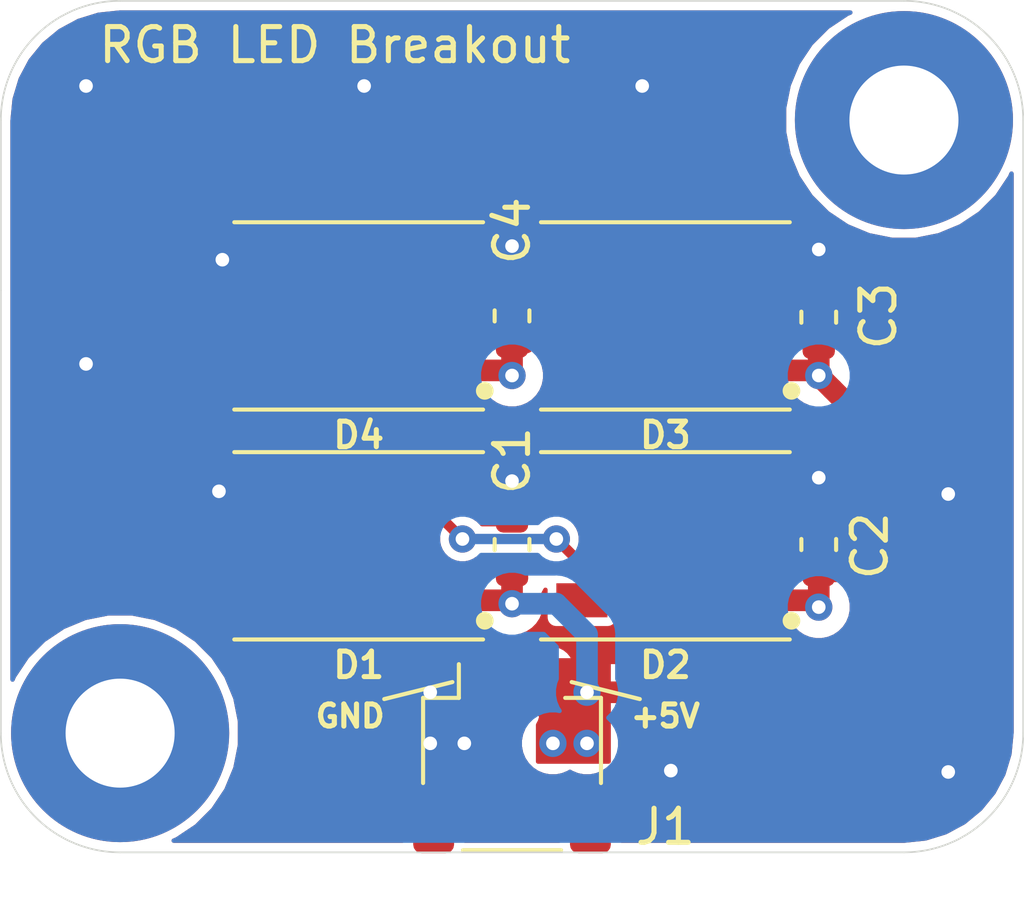
<source format=kicad_pcb>
(kicad_pcb (version 20171130) (host pcbnew "(5.1.4)-1")

  (general
    (thickness 1.6)
    (drawings 14)
    (tracks 95)
    (zones 0)
    (modules 11)
    (nets 10)
  )

  (page A4)
  (title_block
    (title "PCB Project X")
    (date 2020-06-10)
    (rev V1.0)
    (comment 1 2020XXX)
    (comment 2 "Mitchell Stride")
  )

  (layers
    (0 F.Cu signal)
    (31 B.Cu signal)
    (32 B.Adhes user)
    (33 F.Adhes user)
    (34 B.Paste user)
    (35 F.Paste user)
    (36 B.SilkS user)
    (37 F.SilkS user)
    (38 B.Mask user)
    (39 F.Mask user)
    (40 Dwgs.User user)
    (41 Cmts.User user)
    (42 Eco1.User user)
    (43 Eco2.User user)
    (44 Edge.Cuts user)
    (45 Margin user)
    (46 B.CrtYd user)
    (47 F.CrtYd user)
    (48 B.Fab user)
    (49 F.Fab user)
  )

  (setup
    (last_trace_width 0.25)
    (user_trace_width 0.1524)
    (user_trace_width 0.254)
    (user_trace_width 0.3048)
    (user_trace_width 0.4064)
    (user_trace_width 0.635)
    (user_trace_width 0.762)
    (user_trace_width 1.27)
    (user_trace_width 2.54)
    (user_trace_width 5.08)
    (user_trace_width 7.62)
    (trace_clearance 0.2)
    (zone_clearance 0.254)
    (zone_45_only no)
    (trace_min 0.127)
    (via_size 0.8)
    (via_drill 0.4)
    (via_min_size 0.4)
    (via_min_drill 0.3)
    (user_via 0.4 0.3)
    (user_via 0.6 0.4)
    (user_via 1 0.4)
    (uvia_size 0.3)
    (uvia_drill 0.1)
    (uvias_allowed no)
    (uvia_min_size 0.2)
    (uvia_min_drill 0.1)
    (edge_width 0.05)
    (segment_width 0.2)
    (pcb_text_width 0.3)
    (pcb_text_size 1.5 1.5)
    (mod_edge_width 0.12)
    (mod_text_size 1 1)
    (mod_text_width 0.15)
    (pad_size 1.524 1.524)
    (pad_drill 0.762)
    (pad_to_mask_clearance 0.0254)
    (solder_mask_min_width 0.127)
    (aux_axis_origin 50 150)
    (grid_origin 50 150)
    (visible_elements 7FFFFFFF)
    (pcbplotparams
      (layerselection 0x010fc_ffffffff)
      (usegerberextensions false)
      (usegerberattributes false)
      (usegerberadvancedattributes false)
      (creategerberjobfile false)
      (excludeedgelayer true)
      (linewidth 0.100000)
      (plotframeref false)
      (viasonmask false)
      (mode 1)
      (useauxorigin false)
      (hpglpennumber 1)
      (hpglpenspeed 20)
      (hpglpendiameter 15.000000)
      (psnegative false)
      (psa4output false)
      (plotreference true)
      (plotvalue true)
      (plotinvisibletext false)
      (padsonsilk false)
      (subtractmaskfromsilk false)
      (outputformat 1)
      (mirror false)
      (drillshape 0)
      (scaleselection 1)
      (outputdirectory "gerbers/"))
  )

  (net 0 "")
  (net 1 "Net-(D1-Pad2)")
  (net 2 "Net-(D2-Pad2)")
  (net 3 GND)
  (net 4 "Net-(D3-Pad2)")
  (net 5 "Net-(D4-Pad2)")
  (net 6 "Net-(H2-Pad1)")
  (net 7 +5V)
  (net 8 /LED_DATA)
  (net 9 "Net-(H1-Pad1)")

  (net_class Default "This is the default net class."
    (clearance 0.2)
    (trace_width 0.25)
    (via_dia 0.8)
    (via_drill 0.4)
    (uvia_dia 0.3)
    (uvia_drill 0.1)
    (add_net /LED_DATA)
    (add_net GND)
    (add_net "Net-(D1-Pad2)")
    (add_net "Net-(D2-Pad2)")
    (add_net "Net-(D3-Pad2)")
    (add_net "Net-(D4-Pad2)")
    (add_net "Net-(H1-Pad1)")
    (add_net "Net-(H2-Pad1)")
  )

  (net_class power1 ""
    (clearance 0.508)
    (trace_width 0.508)
    (via_dia 0.8)
    (via_drill 0.4)
    (uvia_dia 0.3)
    (uvia_drill 0.1)
    (add_net +5V)
  )

  (net_class signal1 ""
    (clearance 0.1524)
    (trace_width 0.1524)
    (via_dia 0.4)
    (via_drill 0.3)
    (uvia_dia 0.3)
    (uvia_drill 0.1)
  )

  (module Capacitor_SMD:C_0603_1608Metric locked (layer F.Cu) (tedit 5B301BBE) (tstamp 6004EA9E)
    (at 65 140.9625 90)
    (descr "Capacitor SMD 0603 (1608 Metric), square (rectangular) end terminal, IPC_7351 nominal, (Body size source: http://www.tortai-tech.com/upload/download/2011102023233369053.pdf), generated with kicad-footprint-generator")
    (tags capacitor)
    (path /60178BDB)
    (attr smd)
    (fp_text reference C1 (at 2.4625 0 90) (layer F.SilkS)
      (effects (font (size 1 1) (thickness 0.15)))
    )
    (fp_text value 1u (at 0 1.43 90) (layer F.Fab)
      (effects (font (size 1 1) (thickness 0.15)))
    )
    (fp_line (start -0.8 0.4) (end -0.8 -0.4) (layer F.Fab) (width 0.1))
    (fp_line (start -0.8 -0.4) (end 0.8 -0.4) (layer F.Fab) (width 0.1))
    (fp_line (start 0.8 -0.4) (end 0.8 0.4) (layer F.Fab) (width 0.1))
    (fp_line (start 0.8 0.4) (end -0.8 0.4) (layer F.Fab) (width 0.1))
    (fp_line (start -0.162779 -0.51) (end 0.162779 -0.51) (layer F.SilkS) (width 0.12))
    (fp_line (start -0.162779 0.51) (end 0.162779 0.51) (layer F.SilkS) (width 0.12))
    (fp_line (start -1.48 0.73) (end -1.48 -0.73) (layer F.CrtYd) (width 0.05))
    (fp_line (start -1.48 -0.73) (end 1.48 -0.73) (layer F.CrtYd) (width 0.05))
    (fp_line (start 1.48 -0.73) (end 1.48 0.73) (layer F.CrtYd) (width 0.05))
    (fp_line (start 1.48 0.73) (end -1.48 0.73) (layer F.CrtYd) (width 0.05))
    (fp_text user %R (at 0 0 90) (layer F.Fab)
      (effects (font (size 0.4 0.4) (thickness 0.06)))
    )
    (pad 1 smd roundrect (at -0.7875 0 90) (size 0.875 0.95) (layers F.Cu F.Paste F.Mask) (roundrect_rratio 0.25)
      (net 7 +5V))
    (pad 2 smd roundrect (at 0.7875 0 90) (size 0.875 0.95) (layers F.Cu F.Paste F.Mask) (roundrect_rratio 0.25)
      (net 3 GND))
    (model ${KISYS3DMOD}/Capacitor_SMD.3dshapes/C_0603_1608Metric.wrl
      (at (xyz 0 0 0))
      (scale (xyz 1 1 1))
      (rotate (xyz 0 0 0))
    )
  )

  (module Capacitor_SMD:C_0603_1608Metric locked (layer F.Cu) (tedit 5B301BBE) (tstamp 6004EAAF)
    (at 74 140.9625 90)
    (descr "Capacitor SMD 0603 (1608 Metric), square (rectangular) end terminal, IPC_7351 nominal, (Body size source: http://www.tortai-tech.com/upload/download/2011102023233369053.pdf), generated with kicad-footprint-generator")
    (tags capacitor)
    (path /60187F86)
    (attr smd)
    (fp_text reference C2 (at -0.0375 1.5 90) (layer F.SilkS)
      (effects (font (size 1 1) (thickness 0.15)))
    )
    (fp_text value 1u (at 0 1.43 90) (layer F.Fab)
      (effects (font (size 1 1) (thickness 0.15)))
    )
    (fp_text user %R (at 0 0 90) (layer F.Fab)
      (effects (font (size 0.4 0.4) (thickness 0.06)))
    )
    (fp_line (start 1.48 0.73) (end -1.48 0.73) (layer F.CrtYd) (width 0.05))
    (fp_line (start 1.48 -0.73) (end 1.48 0.73) (layer F.CrtYd) (width 0.05))
    (fp_line (start -1.48 -0.73) (end 1.48 -0.73) (layer F.CrtYd) (width 0.05))
    (fp_line (start -1.48 0.73) (end -1.48 -0.73) (layer F.CrtYd) (width 0.05))
    (fp_line (start -0.162779 0.51) (end 0.162779 0.51) (layer F.SilkS) (width 0.12))
    (fp_line (start -0.162779 -0.51) (end 0.162779 -0.51) (layer F.SilkS) (width 0.12))
    (fp_line (start 0.8 0.4) (end -0.8 0.4) (layer F.Fab) (width 0.1))
    (fp_line (start 0.8 -0.4) (end 0.8 0.4) (layer F.Fab) (width 0.1))
    (fp_line (start -0.8 -0.4) (end 0.8 -0.4) (layer F.Fab) (width 0.1))
    (fp_line (start -0.8 0.4) (end -0.8 -0.4) (layer F.Fab) (width 0.1))
    (pad 2 smd roundrect (at 0.7875 0 90) (size 0.875 0.95) (layers F.Cu F.Paste F.Mask) (roundrect_rratio 0.25)
      (net 3 GND))
    (pad 1 smd roundrect (at -0.7875 0 90) (size 0.875 0.95) (layers F.Cu F.Paste F.Mask) (roundrect_rratio 0.25)
      (net 7 +5V))
    (model ${KISYS3DMOD}/Capacitor_SMD.3dshapes/C_0603_1608Metric.wrl
      (at (xyz 0 0 0))
      (scale (xyz 1 1 1))
      (rotate (xyz 0 0 0))
    )
  )

  (module Capacitor_SMD:C_0603_1608Metric locked (layer F.Cu) (tedit 5B301BBE) (tstamp 6004F9BD)
    (at 74 134.2875 90)
    (descr "Capacitor SMD 0603 (1608 Metric), square (rectangular) end terminal, IPC_7351 nominal, (Body size source: http://www.tortai-tech.com/upload/download/2011102023233369053.pdf), generated with kicad-footprint-generator")
    (tags capacitor)
    (path /6018A340)
    (attr smd)
    (fp_text reference C3 (at 0.0375 1.75 90) (layer F.SilkS)
      (effects (font (size 1 1) (thickness 0.15)))
    )
    (fp_text value 1u (at 0 1.43 90) (layer F.Fab)
      (effects (font (size 1 1) (thickness 0.15)))
    )
    (fp_line (start -0.8 0.4) (end -0.8 -0.4) (layer F.Fab) (width 0.1))
    (fp_line (start -0.8 -0.4) (end 0.8 -0.4) (layer F.Fab) (width 0.1))
    (fp_line (start 0.8 -0.4) (end 0.8 0.4) (layer F.Fab) (width 0.1))
    (fp_line (start 0.8 0.4) (end -0.8 0.4) (layer F.Fab) (width 0.1))
    (fp_line (start -0.162779 -0.51) (end 0.162779 -0.51) (layer F.SilkS) (width 0.12))
    (fp_line (start -0.162779 0.51) (end 0.162779 0.51) (layer F.SilkS) (width 0.12))
    (fp_line (start -1.48 0.73) (end -1.48 -0.73) (layer F.CrtYd) (width 0.05))
    (fp_line (start -1.48 -0.73) (end 1.48 -0.73) (layer F.CrtYd) (width 0.05))
    (fp_line (start 1.48 -0.73) (end 1.48 0.73) (layer F.CrtYd) (width 0.05))
    (fp_line (start 1.48 0.73) (end -1.48 0.73) (layer F.CrtYd) (width 0.05))
    (fp_text user %R (at 0 0 90) (layer F.Fab)
      (effects (font (size 0.4 0.4) (thickness 0.06)))
    )
    (pad 1 smd roundrect (at -0.7875 0 90) (size 0.875 0.95) (layers F.Cu F.Paste F.Mask) (roundrect_rratio 0.25)
      (net 7 +5V))
    (pad 2 smd roundrect (at 0.7875 0 90) (size 0.875 0.95) (layers F.Cu F.Paste F.Mask) (roundrect_rratio 0.25)
      (net 3 GND))
    (model ${KISYS3DMOD}/Capacitor_SMD.3dshapes/C_0603_1608Metric.wrl
      (at (xyz 0 0 0))
      (scale (xyz 1 1 1))
      (rotate (xyz 0 0 0))
    )
  )

  (module Capacitor_SMD:C_0603_1608Metric locked (layer F.Cu) (tedit 5B301BBE) (tstamp 6004EAD1)
    (at 65 134.25 90)
    (descr "Capacitor SMD 0603 (1608 Metric), square (rectangular) end terminal, IPC_7351 nominal, (Body size source: http://www.tortai-tech.com/upload/download/2011102023233369053.pdf), generated with kicad-footprint-generator")
    (tags capacitor)
    (path /6018DAA5)
    (attr smd)
    (fp_text reference C4 (at 2.5 0 90) (layer F.SilkS)
      (effects (font (size 1 1) (thickness 0.15)))
    )
    (fp_text value 1u (at 0 1.43 90) (layer F.Fab)
      (effects (font (size 1 1) (thickness 0.15)))
    )
    (fp_text user %R (at 0 0 90) (layer F.Fab)
      (effects (font (size 0.4 0.4) (thickness 0.06)))
    )
    (fp_line (start 1.48 0.73) (end -1.48 0.73) (layer F.CrtYd) (width 0.05))
    (fp_line (start 1.48 -0.73) (end 1.48 0.73) (layer F.CrtYd) (width 0.05))
    (fp_line (start -1.48 -0.73) (end 1.48 -0.73) (layer F.CrtYd) (width 0.05))
    (fp_line (start -1.48 0.73) (end -1.48 -0.73) (layer F.CrtYd) (width 0.05))
    (fp_line (start -0.162779 0.51) (end 0.162779 0.51) (layer F.SilkS) (width 0.12))
    (fp_line (start -0.162779 -0.51) (end 0.162779 -0.51) (layer F.SilkS) (width 0.12))
    (fp_line (start 0.8 0.4) (end -0.8 0.4) (layer F.Fab) (width 0.1))
    (fp_line (start 0.8 -0.4) (end 0.8 0.4) (layer F.Fab) (width 0.1))
    (fp_line (start -0.8 -0.4) (end 0.8 -0.4) (layer F.Fab) (width 0.1))
    (fp_line (start -0.8 0.4) (end -0.8 -0.4) (layer F.Fab) (width 0.1))
    (pad 2 smd roundrect (at 0.7875 0 90) (size 0.875 0.95) (layers F.Cu F.Paste F.Mask) (roundrect_rratio 0.25)
      (net 3 GND))
    (pad 1 smd roundrect (at -0.7875 0 90) (size 0.875 0.95) (layers F.Cu F.Paste F.Mask) (roundrect_rratio 0.25)
      (net 7 +5V))
    (model ${KISYS3DMOD}/Capacitor_SMD.3dshapes/C_0603_1608Metric.wrl
      (at (xyz 0 0 0))
      (scale (xyz 1 1 1))
      (rotate (xyz 0 0 0))
    )
  )

  (module MountingHole:MountingHole_3.2mm_M3_Pad (layer F.Cu) (tedit 56D1B4CB) (tstamp 6004FCD9)
    (at 76.5 128.5)
    (descr "Mounting Hole 3.2mm, M3")
    (tags "mounting hole 3.2mm m3")
    (path /6019A799)
    (attr virtual)
    (fp_text reference H1 (at 0 -4.2) (layer F.SilkS) hide
      (effects (font (size 1 1) (thickness 0.15)))
    )
    (fp_text value M3 (at 0 4.2) (layer F.Fab)
      (effects (font (size 1 1) (thickness 0.15)))
    )
    (fp_text user %R (at 0.3 0) (layer F.Fab)
      (effects (font (size 1 1) (thickness 0.15)))
    )
    (fp_circle (center 0 0) (end 3.2 0) (layer Cmts.User) (width 0.15))
    (fp_circle (center 0 0) (end 3.45 0) (layer F.CrtYd) (width 0.05))
    (pad 1 thru_hole circle (at 0 0) (size 6.4 6.4) (drill 3.2) (layers *.Cu *.Mask)
      (net 9 "Net-(H1-Pad1)"))
  )

  (module MountingHole:MountingHole_3.2mm_M3_Pad (layer F.Cu) (tedit 56D1B4CB) (tstamp 6004EB3D)
    (at 53.5 146.5)
    (descr "Mounting Hole 3.2mm, M3")
    (tags "mounting hole 3.2mm m3")
    (path /6019D010)
    (attr virtual)
    (fp_text reference H2 (at 0 -4.2) (layer F.SilkS) hide
      (effects (font (size 1 1) (thickness 0.15)))
    )
    (fp_text value M3 (at 0 4.2) (layer F.Fab)
      (effects (font (size 1 1) (thickness 0.15)))
    )
    (fp_circle (center 0 0) (end 3.45 0) (layer F.CrtYd) (width 0.05))
    (fp_circle (center 0 0) (end 3.2 0) (layer Cmts.User) (width 0.15))
    (fp_text user %R (at 0.3 0) (layer F.Fab)
      (effects (font (size 1 1) (thickness 0.15)))
    )
    (pad 1 thru_hole circle (at 0 0) (size 6.4 6.4) (drill 3.2) (layers *.Cu *.Mask)
      (net 6 "Net-(H2-Pad1)"))
  )

  (module Connector_JST:JST_SH_SM03B-SRSS-TB_1x03-1MP_P1.00mm_Horizontal (layer F.Cu) (tedit 5B78AD87) (tstamp 6004FE6A)
    (at 65 147.25)
    (descr "JST SH series connector, SM03B-SRSS-TB (http://www.jst-mfg.com/product/pdf/eng/eSH.pdf), generated with kicad-footprint-generator")
    (tags "connector JST SH top entry")
    (path /600AFE26)
    (attr smd)
    (fp_text reference J1 (at 4.5 2) (layer F.SilkS)
      (effects (font (size 1 1) (thickness 0.15)))
    )
    (fp_text value "RGB LED" (at 0 3.98) (layer F.Fab)
      (effects (font (size 1 1) (thickness 0.15)))
    )
    (fp_line (start -2.5 -1.675) (end 2.5 -1.675) (layer F.Fab) (width 0.1))
    (fp_line (start -2.61 0.715) (end -2.61 -1.785) (layer F.SilkS) (width 0.12))
    (fp_line (start -2.61 -1.785) (end -1.56 -1.785) (layer F.SilkS) (width 0.12))
    (fp_line (start -1.56 -1.785) (end -1.56 -2.775) (layer F.SilkS) (width 0.12))
    (fp_line (start 2.61 0.715) (end 2.61 -1.785) (layer F.SilkS) (width 0.12))
    (fp_line (start 2.61 -1.785) (end 1.56 -1.785) (layer F.SilkS) (width 0.12))
    (fp_line (start -1.44 2.685) (end 1.44 2.685) (layer F.SilkS) (width 0.12))
    (fp_line (start -2.5 2.575) (end 2.5 2.575) (layer F.Fab) (width 0.1))
    (fp_line (start -2.5 -1.675) (end -2.5 2.575) (layer F.Fab) (width 0.1))
    (fp_line (start 2.5 -1.675) (end 2.5 2.575) (layer F.Fab) (width 0.1))
    (fp_line (start -3.4 -3.28) (end -3.4 3.28) (layer F.CrtYd) (width 0.05))
    (fp_line (start -3.4 3.28) (end 3.4 3.28) (layer F.CrtYd) (width 0.05))
    (fp_line (start 3.4 3.28) (end 3.4 -3.28) (layer F.CrtYd) (width 0.05))
    (fp_line (start 3.4 -3.28) (end -3.4 -3.28) (layer F.CrtYd) (width 0.05))
    (fp_line (start -1.5 -1.675) (end -1 -0.967893) (layer F.Fab) (width 0.1))
    (fp_line (start -1 -0.967893) (end -0.5 -1.675) (layer F.Fab) (width 0.1))
    (fp_text user %R (at 0 0) (layer F.Fab)
      (effects (font (size 1 1) (thickness 0.15)))
    )
    (pad 1 smd roundrect (at -1 -2) (size 0.6 1.55) (layers F.Cu F.Paste F.Mask) (roundrect_rratio 0.25)
      (net 3 GND))
    (pad 2 smd roundrect (at 0 -2) (size 0.6 1.55) (layers F.Cu F.Paste F.Mask) (roundrect_rratio 0.25)
      (net 8 /LED_DATA))
    (pad 3 smd roundrect (at 1 -2) (size 0.6 1.55) (layers F.Cu F.Paste F.Mask) (roundrect_rratio 0.25)
      (net 7 +5V))
    (pad MP smd roundrect (at -2.3 1.875) (size 1.2 1.8) (layers F.Cu F.Paste F.Mask) (roundrect_rratio 0.208333))
    (pad MP smd roundrect (at 2.3 1.875) (size 1.2 1.8) (layers F.Cu F.Paste F.Mask) (roundrect_rratio 0.208333))
    (model ${KISYS3DMOD}/Connector_JST.3dshapes/JST_GH_SM03B-GHS-TB_1x03-1MP_P1.25mm_Horizontal.step
      (at (xyz 0 0 0))
      (scale (xyz 0.8 1 1))
      (rotate (xyz 0 0 0))
    )
  )

  (module µ104KiCAD:LED_WS2812B_PLCC4_5.0x5.0mm_P3.2mm_SILKMOD locked (layer F.Cu) (tedit 60049706) (tstamp 6004F7FB)
    (at 60.5 141 180)
    (descr https://cdn-shop.adafruit.com/datasheets/WS2812B.pdf)
    (tags "LED RGB NeoPixel")
    (path /60175AFD)
    (attr smd)
    (fp_text reference D1 (at 0 -3.5 180) (layer F.SilkS)
      (effects (font (size 0.75 0.75) (thickness 0.15)))
    )
    (fp_text value WS2812B (at 0 4 180) (layer F.Fab)
      (effects (font (size 1 1) (thickness 0.15)))
    )
    (fp_text user %R (at 0 0 180) (layer F.Fab)
      (effects (font (size 0.8 0.8) (thickness 0.15)))
    )
    (fp_line (start 3.45 -2.75) (end -3.45 -2.75) (layer F.CrtYd) (width 0.05))
    (fp_line (start 3.45 2.75) (end 3.45 -2.75) (layer F.CrtYd) (width 0.05))
    (fp_line (start -3.45 2.75) (end 3.45 2.75) (layer F.CrtYd) (width 0.05))
    (fp_line (start -3.45 -2.75) (end -3.45 2.75) (layer F.CrtYd) (width 0.05))
    (fp_line (start 2.5 1.5) (end 1.5 2.5) (layer F.Fab) (width 0.1))
    (fp_line (start -2.5 -2.5) (end -2.5 2.5) (layer F.Fab) (width 0.1))
    (fp_line (start -2.5 2.5) (end 2.5 2.5) (layer F.Fab) (width 0.1))
    (fp_line (start 2.5 2.5) (end 2.5 -2.5) (layer F.Fab) (width 0.1))
    (fp_line (start 2.5 -2.5) (end -2.5 -2.5) (layer F.Fab) (width 0.1))
    (fp_line (start -3.65 -2.75) (end 3.65 -2.75) (layer F.SilkS) (width 0.12))
    (fp_line (start -3.65 2.75) (end 3.65 2.75) (layer F.SilkS) (width 0.12))
    (fp_circle (center 0 0) (end 0 -2) (layer F.Fab) (width 0.1))
    (fp_circle (center -3.7 -2.2) (end -3.6 -2.2) (layer F.SilkS) (width 0.12))
    (fp_circle (center -3.7 -2.2) (end -3.5 -2.2) (layer F.SilkS) (width 0.12))
    (fp_line (start -3.7 -2.2) (end -3.6 -2.2) (layer F.SilkS) (width 0.12))
    (pad 3 smd rect (at 2.45 1.6 180) (size 1.5 1) (layers F.Cu F.Paste F.Mask)
      (net 3 GND))
    (pad 4 smd rect (at 2.45 -1.6 180) (size 1.5 1) (layers F.Cu F.Paste F.Mask)
      (net 8 /LED_DATA))
    (pad 2 smd rect (at -2.45 1.6 180) (size 1.5 1) (layers F.Cu F.Paste F.Mask)
      (net 1 "Net-(D1-Pad2)"))
    (pad 1 smd rect (at -2.45 -1.6 180) (size 1.5 1) (layers F.Cu F.Paste F.Mask)
      (net 7 +5V))
    (model ${KISYS3DMOD}/LED_SMD.3dshapes/LED_WS2812B_PLCC4_5.0x5.0mm_P3.2mm.wrl
      (at (xyz 0 0 0))
      (scale (xyz 1 1 1))
      (rotate (xyz 0 0 0))
    )
  )

  (module µ104KiCAD:LED_WS2812B_PLCC4_5.0x5.0mm_P3.2mm_SILKMOD locked (layer F.Cu) (tedit 60049706) (tstamp 6004F812)
    (at 69.5 141 180)
    (descr https://cdn-shop.adafruit.com/datasheets/WS2812B.pdf)
    (tags "LED RGB NeoPixel")
    (path /60187F76)
    (attr smd)
    (fp_text reference D2 (at 0 -3.5 180) (layer F.SilkS)
      (effects (font (size 0.75 0.75) (thickness 0.15)))
    )
    (fp_text value WS2812B (at 0 4 180) (layer F.Fab)
      (effects (font (size 1 1) (thickness 0.15)))
    )
    (fp_line (start -3.7 -2.2) (end -3.6 -2.2) (layer F.SilkS) (width 0.12))
    (fp_circle (center -3.7 -2.2) (end -3.5 -2.2) (layer F.SilkS) (width 0.12))
    (fp_circle (center -3.7 -2.2) (end -3.6 -2.2) (layer F.SilkS) (width 0.12))
    (fp_circle (center 0 0) (end 0 -2) (layer F.Fab) (width 0.1))
    (fp_line (start -3.65 2.75) (end 3.65 2.75) (layer F.SilkS) (width 0.12))
    (fp_line (start -3.65 -2.75) (end 3.65 -2.75) (layer F.SilkS) (width 0.12))
    (fp_line (start 2.5 -2.5) (end -2.5 -2.5) (layer F.Fab) (width 0.1))
    (fp_line (start 2.5 2.5) (end 2.5 -2.5) (layer F.Fab) (width 0.1))
    (fp_line (start -2.5 2.5) (end 2.5 2.5) (layer F.Fab) (width 0.1))
    (fp_line (start -2.5 -2.5) (end -2.5 2.5) (layer F.Fab) (width 0.1))
    (fp_line (start 2.5 1.5) (end 1.5 2.5) (layer F.Fab) (width 0.1))
    (fp_line (start -3.45 -2.75) (end -3.45 2.75) (layer F.CrtYd) (width 0.05))
    (fp_line (start -3.45 2.75) (end 3.45 2.75) (layer F.CrtYd) (width 0.05))
    (fp_line (start 3.45 2.75) (end 3.45 -2.75) (layer F.CrtYd) (width 0.05))
    (fp_line (start 3.45 -2.75) (end -3.45 -2.75) (layer F.CrtYd) (width 0.05))
    (fp_text user %R (at 0 0 180) (layer F.Fab)
      (effects (font (size 0.8 0.8) (thickness 0.15)))
    )
    (pad 1 smd rect (at -2.45 -1.6 180) (size 1.5 1) (layers F.Cu F.Paste F.Mask)
      (net 7 +5V))
    (pad 2 smd rect (at -2.45 1.6 180) (size 1.5 1) (layers F.Cu F.Paste F.Mask)
      (net 2 "Net-(D2-Pad2)"))
    (pad 4 smd rect (at 2.45 -1.6 180) (size 1.5 1) (layers F.Cu F.Paste F.Mask)
      (net 1 "Net-(D1-Pad2)"))
    (pad 3 smd rect (at 2.45 1.6 180) (size 1.5 1) (layers F.Cu F.Paste F.Mask)
      (net 3 GND))
    (model ${KISYS3DMOD}/LED_SMD.3dshapes/LED_WS2812B_PLCC4_5.0x5.0mm_P3.2mm.wrl
      (at (xyz 0 0 0))
      (scale (xyz 1 1 1))
      (rotate (xyz 0 0 0))
    )
  )

  (module µ104KiCAD:LED_WS2812B_PLCC4_5.0x5.0mm_P3.2mm_SILKMOD locked (layer F.Cu) (tedit 60049706) (tstamp 6004F829)
    (at 69.5 134.25 180)
    (descr https://cdn-shop.adafruit.com/datasheets/WS2812B.pdf)
    (tags "LED RGB NeoPixel")
    (path /6018A330)
    (attr smd)
    (fp_text reference D3 (at 0 -3.5 180) (layer F.SilkS)
      (effects (font (size 0.75 0.75) (thickness 0.15)))
    )
    (fp_text value WS2812B (at 0 4 180) (layer F.Fab)
      (effects (font (size 1 1) (thickness 0.15)))
    )
    (fp_text user %R (at 0 0 180) (layer F.Fab)
      (effects (font (size 0.8 0.8) (thickness 0.15)))
    )
    (fp_line (start 3.45 -2.75) (end -3.45 -2.75) (layer F.CrtYd) (width 0.05))
    (fp_line (start 3.45 2.75) (end 3.45 -2.75) (layer F.CrtYd) (width 0.05))
    (fp_line (start -3.45 2.75) (end 3.45 2.75) (layer F.CrtYd) (width 0.05))
    (fp_line (start -3.45 -2.75) (end -3.45 2.75) (layer F.CrtYd) (width 0.05))
    (fp_line (start 2.5 1.5) (end 1.5 2.5) (layer F.Fab) (width 0.1))
    (fp_line (start -2.5 -2.5) (end -2.5 2.5) (layer F.Fab) (width 0.1))
    (fp_line (start -2.5 2.5) (end 2.5 2.5) (layer F.Fab) (width 0.1))
    (fp_line (start 2.5 2.5) (end 2.5 -2.5) (layer F.Fab) (width 0.1))
    (fp_line (start 2.5 -2.5) (end -2.5 -2.5) (layer F.Fab) (width 0.1))
    (fp_line (start -3.65 -2.75) (end 3.65 -2.75) (layer F.SilkS) (width 0.12))
    (fp_line (start -3.65 2.75) (end 3.65 2.75) (layer F.SilkS) (width 0.12))
    (fp_circle (center 0 0) (end 0 -2) (layer F.Fab) (width 0.1))
    (fp_circle (center -3.7 -2.2) (end -3.6 -2.2) (layer F.SilkS) (width 0.12))
    (fp_circle (center -3.7 -2.2) (end -3.5 -2.2) (layer F.SilkS) (width 0.12))
    (fp_line (start -3.7 -2.2) (end -3.6 -2.2) (layer F.SilkS) (width 0.12))
    (pad 3 smd rect (at 2.45 1.6 180) (size 1.5 1) (layers F.Cu F.Paste F.Mask)
      (net 3 GND))
    (pad 4 smd rect (at 2.45 -1.6 180) (size 1.5 1) (layers F.Cu F.Paste F.Mask)
      (net 2 "Net-(D2-Pad2)"))
    (pad 2 smd rect (at -2.45 1.6 180) (size 1.5 1) (layers F.Cu F.Paste F.Mask)
      (net 4 "Net-(D3-Pad2)"))
    (pad 1 smd rect (at -2.45 -1.6 180) (size 1.5 1) (layers F.Cu F.Paste F.Mask)
      (net 7 +5V))
    (model ${KISYS3DMOD}/LED_SMD.3dshapes/LED_WS2812B_PLCC4_5.0x5.0mm_P3.2mm.wrl
      (at (xyz 0 0 0))
      (scale (xyz 1 1 1))
      (rotate (xyz 0 0 0))
    )
  )

  (module µ104KiCAD:LED_WS2812B_PLCC4_5.0x5.0mm_P3.2mm_SILKMOD locked (layer F.Cu) (tedit 60049706) (tstamp 6004F840)
    (at 60.5 134.25 180)
    (descr https://cdn-shop.adafruit.com/datasheets/WS2812B.pdf)
    (tags "LED RGB NeoPixel")
    (path /6018DA95)
    (attr smd)
    (fp_text reference D4 (at 0 -3.5 180) (layer F.SilkS)
      (effects (font (size 0.75 0.75) (thickness 0.15)))
    )
    (fp_text value WS2812B (at 0 4 180) (layer F.Fab)
      (effects (font (size 1 1) (thickness 0.15)))
    )
    (fp_line (start -3.7 -2.2) (end -3.6 -2.2) (layer F.SilkS) (width 0.12))
    (fp_circle (center -3.7 -2.2) (end -3.5 -2.2) (layer F.SilkS) (width 0.12))
    (fp_circle (center -3.7 -2.2) (end -3.6 -2.2) (layer F.SilkS) (width 0.12))
    (fp_circle (center 0 0) (end 0 -2) (layer F.Fab) (width 0.1))
    (fp_line (start -3.65 2.75) (end 3.65 2.75) (layer F.SilkS) (width 0.12))
    (fp_line (start -3.65 -2.75) (end 3.65 -2.75) (layer F.SilkS) (width 0.12))
    (fp_line (start 2.5 -2.5) (end -2.5 -2.5) (layer F.Fab) (width 0.1))
    (fp_line (start 2.5 2.5) (end 2.5 -2.5) (layer F.Fab) (width 0.1))
    (fp_line (start -2.5 2.5) (end 2.5 2.5) (layer F.Fab) (width 0.1))
    (fp_line (start -2.5 -2.5) (end -2.5 2.5) (layer F.Fab) (width 0.1))
    (fp_line (start 2.5 1.5) (end 1.5 2.5) (layer F.Fab) (width 0.1))
    (fp_line (start -3.45 -2.75) (end -3.45 2.75) (layer F.CrtYd) (width 0.05))
    (fp_line (start -3.45 2.75) (end 3.45 2.75) (layer F.CrtYd) (width 0.05))
    (fp_line (start 3.45 2.75) (end 3.45 -2.75) (layer F.CrtYd) (width 0.05))
    (fp_line (start 3.45 -2.75) (end -3.45 -2.75) (layer F.CrtYd) (width 0.05))
    (fp_text user %R (at 0 0 180) (layer F.Fab)
      (effects (font (size 0.8 0.8) (thickness 0.15)))
    )
    (pad 1 smd rect (at -2.45 -1.6 180) (size 1.5 1) (layers F.Cu F.Paste F.Mask)
      (net 7 +5V))
    (pad 2 smd rect (at -2.45 1.6 180) (size 1.5 1) (layers F.Cu F.Paste F.Mask)
      (net 5 "Net-(D4-Pad2)"))
    (pad 4 smd rect (at 2.45 -1.6 180) (size 1.5 1) (layers F.Cu F.Paste F.Mask)
      (net 4 "Net-(D3-Pad2)"))
    (pad 3 smd rect (at 2.45 1.6 180) (size 1.5 1) (layers F.Cu F.Paste F.Mask)
      (net 3 GND))
    (model ${KISYS3DMOD}/LED_SMD.3dshapes/LED_WS2812B_PLCC4_5.0x5.0mm_P3.2mm.wrl
      (at (xyz 0 0 0))
      (scale (xyz 1 1 1))
      (rotate (xyz 0 0 0))
    )
  )

  (gr_text "RGB LED Breakout\n" (at 59.8 126.3) (layer F.SilkS)
    (effects (font (size 1 1) (thickness 0.15)))
  )
  (gr_line (start 68.75 145.5) (end 66.75 145) (layer F.SilkS) (width 0.12))
  (gr_line (start 61.25 145.5) (end 63.25 145) (layer F.SilkS) (width 0.12))
  (gr_text GND (at 60.25 146) (layer F.SilkS) (tstamp 6004FED1)
    (effects (font (size 0.65 0.65) (thickness 0.15)))
  )
  (gr_text +5V (at 69.5 146) (layer F.SilkS)
    (effects (font (size 0.65 0.65) (thickness 0.15)))
  )
  (gr_line (start 76.5 125) (end 53.5 125) (layer Edge.Cuts) (width 0.05))
  (gr_line (start 50 133.5) (end 50 128.5) (layer Edge.Cuts) (width 0.05) (tstamp 6004FCEF))
  (gr_line (start 80 128.5) (end 80 146.5) (layer Edge.Cuts) (width 0.05) (tstamp 6004FC9E))
  (gr_arc (start 53.5 128.5) (end 53.5 125) (angle -90) (layer Edge.Cuts) (width 0.05) (tstamp 6004FC77))
  (gr_arc (start 76.5 128.5) (end 80 128.5) (angle -90) (layer Edge.Cuts) (width 0.05))
  (gr_arc (start 76.5 146.5) (end 76.5 150) (angle -90) (layer Edge.Cuts) (width 0.05))
  (gr_arc (start 53.5 146.5) (end 50 146.5) (angle -90) (layer Edge.Cuts) (width 0.05))
  (gr_line (start 50 133.5) (end 50 146.5) (layer Edge.Cuts) (width 0.05))
  (gr_line (start 53.5 150) (end 76.5 150) (layer Edge.Cuts) (width 0.05))

  (segment (start 62.95 140.2048) (end 63.5452 140.8) (width 0.3048) (layer F.Cu) (net 1))
  (segment (start 62.95 139.4) (end 62.95 140.2048) (width 0.3048) (layer F.Cu) (net 1))
  (via (at 63.5452 140.8) (size 0.8) (drill 0.4) (layers F.Cu B.Cu) (net 1))
  (via (at 66.3 140.800002) (size 0.8) (drill 0.4) (layers F.Cu B.Cu) (net 1))
  (segment (start 66.299998 140.8) (end 66.3 140.800002) (width 0.3048) (layer B.Cu) (net 1))
  (segment (start 63.5452 140.8) (end 66.299998 140.8) (width 0.3048) (layer B.Cu) (net 1))
  (segment (start 67.05 141.550002) (end 67.05 142.6) (width 0.3048) (layer F.Cu) (net 1))
  (segment (start 66.3 140.800002) (end 67.05 141.550002) (width 0.3048) (layer F.Cu) (net 1))
  (segment (start 71.95 138.5952) (end 71.1548 137.8) (width 0.3048) (layer F.Cu) (net 2))
  (segment (start 71.95 139.4) (end 71.95 138.5952) (width 0.3048) (layer F.Cu) (net 2))
  (segment (start 71.1548 137.8) (end 67.6 137.8) (width 0.3048) (layer F.Cu) (net 2))
  (segment (start 67.05 137.25) (end 67.05 135.85) (width 0.3048) (layer F.Cu) (net 2))
  (segment (start 67.6 137.8) (end 67.05 137.25) (width 0.3048) (layer F.Cu) (net 2))
  (via (at 69.66 147.6) (size 0.8) (drill 0.4) (layers F.Cu B.Cu) (net 3) (tstamp 6005085C))
  (via (at 77.8 139.48) (size 0.8) (drill 0.4) (layers F.Cu B.Cu) (net 3) (tstamp 6005085B))
  (via (at 77.8 147.640001) (size 0.8) (drill 0.4) (layers F.Cu B.Cu) (net 3) (tstamp 6005085C))
  (via (at 52.5 127.5) (size 0.8) (drill 0.4) (layers F.Cu B.Cu) (net 3))
  (segment (start 64 145.25) (end 64 146.8) (width 0.4064) (layer F.Cu) (net 3))
  (via (at 62.6 145.3) (size 0.8) (drill 0.4) (layers F.Cu B.Cu) (net 3))
  (segment (start 64 145.25) (end 62.65 145.25) (width 0.4064) (layer F.Cu) (net 3))
  (segment (start 62.65 145.25) (end 62.6 145.3) (width 0.4064) (layer F.Cu) (net 3))
  (segment (start 62.6 145.3) (end 62.6 146.8) (width 0.4064) (layer F.Cu) (net 3))
  (via (at 62.6 146.8) (size 0.8) (drill 0.4) (layers F.Cu B.Cu) (net 3) (tstamp 600502A2))
  (via (at 63.6 146.8) (size 0.8) (drill 0.4) (layers F.Cu B.Cu) (net 3) (tstamp 600502A4))
  (via (at 56.4 139.4) (size 0.8) (drill 0.4) (layers F.Cu B.Cu) (net 3))
  (segment (start 58.05 139.4) (end 56.4 139.4) (width 0.635) (layer F.Cu) (net 3))
  (via (at 65 139.1) (size 0.8) (drill 0.4) (layers F.Cu B.Cu) (net 3))
  (segment (start 65 140.175) (end 65 139.1) (width 0.635) (layer F.Cu) (net 3))
  (segment (start 65.3 139.4) (end 65 139.1) (width 0.635) (layer F.Cu) (net 3))
  (segment (start 67.05 139.4) (end 65.3 139.4) (width 0.635) (layer F.Cu) (net 3))
  (via (at 74 139) (size 0.8) (drill 0.4) (layers F.Cu B.Cu) (net 3))
  (segment (start 74 140.175) (end 74 139) (width 0.635) (layer F.Cu) (net 3))
  (via (at 74 132.3) (size 0.8) (drill 0.4) (layers F.Cu B.Cu) (net 3))
  (segment (start 74 133.5) (end 74 132.3) (width 0.635) (layer F.Cu) (net 3))
  (via (at 65 132.2) (size 0.8) (drill 0.4) (layers F.Cu B.Cu) (net 3))
  (segment (start 65 133.4625) (end 65 132.2) (width 0.635) (layer F.Cu) (net 3))
  (segment (start 65.45 132.65) (end 65 132.2) (width 0.635) (layer F.Cu) (net 3))
  (segment (start 67.05 132.65) (end 65.45 132.65) (width 0.635) (layer F.Cu) (net 3))
  (via (at 56.5 132.6) (size 0.8) (drill 0.4) (layers F.Cu B.Cu) (net 3))
  (segment (start 58.05 132.65) (end 56.55 132.65) (width 0.635) (layer F.Cu) (net 3))
  (segment (start 56.55 132.65) (end 56.5 132.6) (width 0.635) (layer F.Cu) (net 3))
  (via (at 60.66 127.5) (size 0.8) (drill 0.4) (layers F.Cu B.Cu) (net 3) (tstamp 6005080F))
  (via (at 68.82 127.5) (size 0.8) (drill 0.4) (layers F.Cu B.Cu) (net 3) (tstamp 60050811))
  (via (at 52.5 135.66) (size 0.8) (drill 0.4) (layers F.Cu B.Cu) (net 3) (tstamp 60050813))
  (segment (start 59.1048 135.85) (end 60.5 134.4548) (width 0.3048) (layer F.Cu) (net 4))
  (segment (start 58.05 135.85) (end 59.1048 135.85) (width 0.3048) (layer F.Cu) (net 4))
  (segment (start 60.5 134.4548) (end 60.5 132.3) (width 0.3048) (layer F.Cu) (net 4))
  (segment (start 60.5 132.3) (end 61.5 131.3) (width 0.3048) (layer F.Cu) (net 4))
  (segment (start 61.5 131.3) (end 68.3 131.3) (width 0.3048) (layer F.Cu) (net 4))
  (segment (start 69.65 132.65) (end 71.95 132.65) (width 0.3048) (layer F.Cu) (net 4))
  (segment (start 68.3 131.3) (end 69.65 132.65) (width 0.3048) (layer F.Cu) (net 4))
  (segment (start 67.6 145.25) (end 67.6 146.8) (width 0.4064) (layer F.Cu) (net 7) (tstamp 600502C3))
  (segment (start 67.6 145.25) (end 66.25 145.25) (width 0.4064) (layer F.Cu) (net 7) (tstamp 600502C4))
  (segment (start 66.25 145.25) (end 66.2 145.3) (width 0.4064) (layer F.Cu) (net 7) (tstamp 600502C5))
  (segment (start 66.2 145.3) (end 66.2 146.8) (width 0.4064) (layer F.Cu) (net 7) (tstamp 600502C6))
  (via (at 67.2 145.3) (size 0.8) (drill 0.4) (layers F.Cu B.Cu) (net 7) (tstamp 600502C7))
  (via (at 66.2 146.8) (size 0.8) (drill 0.4) (layers F.Cu B.Cu) (net 7) (tstamp 600502C8))
  (via (at 67.2 146.8) (size 0.8) (drill 0.4) (layers F.Cu B.Cu) (net 7) (tstamp 600502C9))
  (via (at 65 142.7) (size 0.8) (drill 0.4) (layers F.Cu B.Cu) (net 7))
  (segment (start 62.95 142.6) (end 64.9 142.6) (width 0.635) (layer F.Cu) (net 7))
  (segment (start 64.9 142.6) (end 65 142.7) (width 0.635) (layer F.Cu) (net 7))
  (segment (start 65 142.7) (end 65 141.75) (width 0.635) (layer F.Cu) (net 7))
  (via (at 74 142.8) (size 0.8) (drill 0.4) (layers F.Cu B.Cu) (net 7))
  (segment (start 71.95 142.6) (end 73.8 142.6) (width 0.635) (layer F.Cu) (net 7))
  (segment (start 73.8 142.6) (end 74 142.8) (width 0.635) (layer F.Cu) (net 7))
  (segment (start 74 142.8) (end 74 141.75) (width 0.635) (layer F.Cu) (net 7))
  (via (at 74 136) (size 0.8) (drill 0.4) (layers F.Cu B.Cu) (net 7))
  (segment (start 71.95 135.85) (end 73.85 135.85) (width 0.635) (layer F.Cu) (net 7))
  (segment (start 73.85 135.85) (end 74 136) (width 0.635) (layer F.Cu) (net 7))
  (segment (start 74 136) (end 74 135.075) (width 0.635) (layer F.Cu) (net 7))
  (via (at 65 136) (size 0.8) (drill 0.4) (layers F.Cu B.Cu) (net 7))
  (segment (start 62.95 135.85) (end 64.85 135.85) (width 0.635) (layer F.Cu) (net 7))
  (segment (start 64.85 135.85) (end 65 136) (width 0.635) (layer F.Cu) (net 7))
  (segment (start 65 136) (end 65 135.0375) (width 0.635) (layer F.Cu) (net 7))
  (segment (start 65 142.7) (end 66.3 142.7) (width 0.635) (layer B.Cu) (net 7))
  (segment (start 67.2 143.6) (end 67.2 145.3) (width 0.635) (layer B.Cu) (net 7))
  (segment (start 66.3 142.7) (end 67.2 143.6) (width 0.635) (layer B.Cu) (net 7))
  (segment (start 71.2 145.3) (end 67.2 145.3) (width 0.635) (layer F.Cu) (net 7))
  (segment (start 71.95 142.6) (end 71.95 144.55) (width 0.635) (layer F.Cu) (net 7))
  (segment (start 71.95 144.55) (end 71.2 145.3) (width 0.635) (layer F.Cu) (net 7))
  (segment (start 74.399999 136.399999) (end 74 136) (width 0.635) (layer F.Cu) (net 7))
  (segment (start 75.8 137.8) (end 74.399999 136.399999) (width 0.635) (layer F.Cu) (net 7))
  (segment (start 75.8 140.525) (end 75.8 137.8) (width 0.635) (layer F.Cu) (net 7))
  (segment (start 74 141.75) (end 74.575 141.75) (width 0.635) (layer F.Cu) (net 7))
  (segment (start 74.575 141.75) (end 75.8 140.525) (width 0.635) (layer F.Cu) (net 7))
  (segment (start 70.565 135.85) (end 71.95 135.85) (width 0.635) (layer F.Cu) (net 7))
  (segment (start 69.115 134.4) (end 70.565 135.85) (width 0.635) (layer F.Cu) (net 7))
  (segment (start 66.014308 134.4) (end 69.115 134.4) (width 0.635) (layer F.Cu) (net 7))
  (segment (start 65.376808 135.0375) (end 66.014308 134.4) (width 0.635) (layer F.Cu) (net 7))
  (segment (start 65 135.0375) (end 65.376808 135.0375) (width 0.635) (layer F.Cu) (net 7))
  (segment (start 59.1048 142.6) (end 58.05 142.6) (width 0.3048) (layer F.Cu) (net 8))
  (segment (start 60.3048 143.8) (end 59.1048 142.6) (width 0.3048) (layer F.Cu) (net 8))
  (segment (start 64.7 143.8) (end 60.3048 143.8) (width 0.3048) (layer F.Cu) (net 8))
  (segment (start 65 145.25) (end 65 144.1) (width 0.3048) (layer F.Cu) (net 8))
  (segment (start 65 144.1) (end 64.7 143.8) (width 0.3048) (layer F.Cu) (net 8))

  (zone (net 3) (net_name GND) (layer B.Cu) (tstamp 6004CBC1) (hatch edge 0.508)
    (connect_pads thru_hole_only (clearance 0.254))
    (min_thickness 0.128)
    (fill yes (arc_segments 32) (thermal_gap 0.508) (thermal_bridge_width 0.508))
    (polygon
      (pts
        (xy 50 150) (xy 50 125) (xy 80 125) (xy 80 150)
      )
    )
    (filled_polygon
      (pts
        (xy 74.833602 125.382389) (xy 74.257406 125.767391) (xy 73.767391 126.257406) (xy 73.382389 126.833602) (xy 73.117195 127.473837)
        (xy 72.982 128.153507) (xy 72.982 128.846493) (xy 73.117195 129.526163) (xy 73.382389 130.166398) (xy 73.767391 130.742594)
        (xy 74.257406 131.232609) (xy 74.833602 131.617611) (xy 75.473837 131.882805) (xy 76.153507 132.018) (xy 76.846493 132.018)
        (xy 77.526163 131.882805) (xy 78.166398 131.617611) (xy 78.742594 131.232609) (xy 79.232609 130.742594) (xy 79.617611 130.166398)
        (xy 79.657 130.071304) (xy 79.657001 146.483214) (xy 79.595262 147.112876) (xy 79.41727 147.702413) (xy 79.128162 148.246146)
        (xy 78.738947 148.723373) (xy 78.264455 149.115906) (xy 77.722746 149.408807) (xy 77.13447 149.590908) (xy 76.505863 149.656977)
        (xy 76.499382 149.657) (xy 55.071305 149.657) (xy 55.166398 149.617611) (xy 55.742594 149.232609) (xy 56.232609 148.742594)
        (xy 56.617611 148.166398) (xy 56.882805 147.526163) (xy 57.018 146.846493) (xy 57.018 146.153507) (xy 56.882805 145.473837)
        (xy 56.617611 144.833602) (xy 56.232609 144.257406) (xy 55.742594 143.767391) (xy 55.166398 143.382389) (xy 54.526163 143.117195)
        (xy 53.846493 142.982) (xy 53.153507 142.982) (xy 52.473837 143.117195) (xy 51.833602 143.382389) (xy 51.257406 143.767391)
        (xy 50.767391 144.257406) (xy 50.382389 144.833602) (xy 50.343 144.928695) (xy 50.343 142.604266) (xy 64.028 142.604266)
        (xy 64.028 142.795734) (xy 64.065354 142.983522) (xy 64.138625 143.160415) (xy 64.244998 143.319614) (xy 64.380386 143.455002)
        (xy 64.539585 143.561375) (xy 64.716478 143.634646) (xy 64.904266 143.672) (xy 65.095734 143.672) (xy 65.283522 143.634646)
        (xy 65.392515 143.5895) (xy 65.931558 143.5895) (xy 66.3105 143.968443) (xy 66.310501 144.907483) (xy 66.265354 145.016478)
        (xy 66.228 145.204266) (xy 66.228 145.395734) (xy 66.265354 145.583522) (xy 66.338625 145.760415) (xy 66.39728 145.848199)
        (xy 66.295734 145.828) (xy 66.104266 145.828) (xy 65.916478 145.865354) (xy 65.739585 145.938625) (xy 65.580386 146.044998)
        (xy 65.444998 146.180386) (xy 65.338625 146.339585) (xy 65.265354 146.516478) (xy 65.228 146.704266) (xy 65.228 146.895734)
        (xy 65.265354 147.083522) (xy 65.338625 147.260415) (xy 65.444998 147.419614) (xy 65.580386 147.555002) (xy 65.739585 147.661375)
        (xy 65.916478 147.734646) (xy 66.104266 147.772) (xy 66.295734 147.772) (xy 66.483522 147.734646) (xy 66.660415 147.661375)
        (xy 66.7 147.634925) (xy 66.739585 147.661375) (xy 66.916478 147.734646) (xy 67.104266 147.772) (xy 67.295734 147.772)
        (xy 67.483522 147.734646) (xy 67.660415 147.661375) (xy 67.819614 147.555002) (xy 67.955002 147.419614) (xy 68.061375 147.260415)
        (xy 68.134646 147.083522) (xy 68.172 146.895734) (xy 68.172 146.704266) (xy 68.134646 146.516478) (xy 68.061375 146.339585)
        (xy 67.955002 146.180386) (xy 67.824616 146.05) (xy 67.955002 145.919614) (xy 68.061375 145.760415) (xy 68.134646 145.583522)
        (xy 68.172 145.395734) (xy 68.172 145.204266) (xy 68.134646 145.016478) (xy 68.0895 144.907485) (xy 68.0895 143.643679)
        (xy 68.093802 143.599999) (xy 68.0895 143.55632) (xy 68.0895 143.556311) (xy 68.076629 143.425628) (xy 68.025766 143.257956)
        (xy 67.94317 143.10343) (xy 67.832014 142.967986) (xy 67.798081 142.940138) (xy 67.562209 142.704266) (xy 73.028 142.704266)
        (xy 73.028 142.895734) (xy 73.065354 143.083522) (xy 73.138625 143.260415) (xy 73.244998 143.419614) (xy 73.380386 143.555002)
        (xy 73.539585 143.661375) (xy 73.716478 143.734646) (xy 73.904266 143.772) (xy 74.095734 143.772) (xy 74.283522 143.734646)
        (xy 74.460415 143.661375) (xy 74.619614 143.555002) (xy 74.755002 143.419614) (xy 74.861375 143.260415) (xy 74.934646 143.083522)
        (xy 74.972 142.895734) (xy 74.972 142.704266) (xy 74.934646 142.516478) (xy 74.861375 142.339585) (xy 74.755002 142.180386)
        (xy 74.619614 142.044998) (xy 74.460415 141.938625) (xy 74.283522 141.865354) (xy 74.095734 141.828) (xy 73.904266 141.828)
        (xy 73.716478 141.865354) (xy 73.539585 141.938625) (xy 73.380386 142.044998) (xy 73.244998 142.180386) (xy 73.138625 142.339585)
        (xy 73.065354 142.516478) (xy 73.028 142.704266) (xy 67.562209 142.704266) (xy 66.959867 142.101925) (xy 66.932014 142.067986)
        (xy 66.79657 141.95683) (xy 66.642044 141.874234) (xy 66.474372 141.823371) (xy 66.343689 141.8105) (xy 66.343679 141.8105)
        (xy 66.3 141.806198) (xy 66.256321 141.8105) (xy 65.392515 141.8105) (xy 65.283522 141.765354) (xy 65.095734 141.728)
        (xy 64.904266 141.728) (xy 64.716478 141.765354) (xy 64.539585 141.838625) (xy 64.380386 141.944998) (xy 64.244998 142.080386)
        (xy 64.138625 142.239585) (xy 64.065354 142.416478) (xy 64.028 142.604266) (xy 50.343 142.604266) (xy 50.343 140.729283)
        (xy 62.8272 140.729283) (xy 62.8272 140.870717) (xy 62.854792 141.009433) (xy 62.908917 141.1401) (xy 62.987493 141.257698)
        (xy 63.087502 141.357707) (xy 63.2051 141.436283) (xy 63.335767 141.490408) (xy 63.474483 141.518) (xy 63.615917 141.518)
        (xy 63.754633 141.490408) (xy 63.8853 141.436283) (xy 64.002898 141.357707) (xy 64.090205 141.2704) (xy 65.754993 141.2704)
        (xy 65.842302 141.357709) (xy 65.9599 141.436285) (xy 66.090567 141.49041) (xy 66.229283 141.518002) (xy 66.370717 141.518002)
        (xy 66.509433 141.49041) (xy 66.6401 141.436285) (xy 66.757698 141.357709) (xy 66.857707 141.2577) (xy 66.936283 141.140102)
        (xy 66.990408 141.009435) (xy 67.018 140.870719) (xy 67.018 140.729285) (xy 66.990408 140.590569) (xy 66.936283 140.459902)
        (xy 66.857707 140.342304) (xy 66.757698 140.242295) (xy 66.6401 140.163719) (xy 66.509433 140.109594) (xy 66.370717 140.082002)
        (xy 66.229283 140.082002) (xy 66.090567 140.109594) (xy 65.9599 140.163719) (xy 65.842302 140.242295) (xy 65.754997 140.3296)
        (xy 64.090205 140.3296) (xy 64.002898 140.242293) (xy 63.8853 140.163717) (xy 63.754633 140.109592) (xy 63.615917 140.082)
        (xy 63.474483 140.082) (xy 63.335767 140.109592) (xy 63.2051 140.163717) (xy 63.087502 140.242293) (xy 62.987493 140.342302)
        (xy 62.908917 140.4599) (xy 62.854792 140.590567) (xy 62.8272 140.729283) (xy 50.343 140.729283) (xy 50.343 135.904266)
        (xy 64.028 135.904266) (xy 64.028 136.095734) (xy 64.065354 136.283522) (xy 64.138625 136.460415) (xy 64.244998 136.619614)
        (xy 64.380386 136.755002) (xy 64.539585 136.861375) (xy 64.716478 136.934646) (xy 64.904266 136.972) (xy 65.095734 136.972)
        (xy 65.283522 136.934646) (xy 65.460415 136.861375) (xy 65.619614 136.755002) (xy 65.755002 136.619614) (xy 65.861375 136.460415)
        (xy 65.934646 136.283522) (xy 65.972 136.095734) (xy 65.972 135.904266) (xy 73.028 135.904266) (xy 73.028 136.095734)
        (xy 73.065354 136.283522) (xy 73.138625 136.460415) (xy 73.244998 136.619614) (xy 73.380386 136.755002) (xy 73.539585 136.861375)
        (xy 73.716478 136.934646) (xy 73.904266 136.972) (xy 74.095734 136.972) (xy 74.283522 136.934646) (xy 74.460415 136.861375)
        (xy 74.619614 136.755002) (xy 74.755002 136.619614) (xy 74.861375 136.460415) (xy 74.934646 136.283522) (xy 74.972 136.095734)
        (xy 74.972 135.904266) (xy 74.934646 135.716478) (xy 74.861375 135.539585) (xy 74.755002 135.380386) (xy 74.619614 135.244998)
        (xy 74.460415 135.138625) (xy 74.283522 135.065354) (xy 74.095734 135.028) (xy 73.904266 135.028) (xy 73.716478 135.065354)
        (xy 73.539585 135.138625) (xy 73.380386 135.244998) (xy 73.244998 135.380386) (xy 73.138625 135.539585) (xy 73.065354 135.716478)
        (xy 73.028 135.904266) (xy 65.972 135.904266) (xy 65.934646 135.716478) (xy 65.861375 135.539585) (xy 65.755002 135.380386)
        (xy 65.619614 135.244998) (xy 65.460415 135.138625) (xy 65.283522 135.065354) (xy 65.095734 135.028) (xy 64.904266 135.028)
        (xy 64.716478 135.065354) (xy 64.539585 135.138625) (xy 64.380386 135.244998) (xy 64.244998 135.380386) (xy 64.138625 135.539585)
        (xy 64.065354 135.716478) (xy 64.028 135.904266) (xy 50.343 135.904266) (xy 50.343 128.516776) (xy 50.404738 127.887124)
        (xy 50.58273 127.297587) (xy 50.871838 126.753853) (xy 51.261053 126.276627) (xy 51.735545 125.884094) (xy 52.277246 125.591196)
        (xy 52.865529 125.409092) (xy 53.494137 125.343023) (xy 53.500618 125.343) (xy 74.928695 125.343)
      )
    )
  )
  (zone (net 3) (net_name GND) (layer F.Cu) (tstamp 6004CBBE) (hatch edge 0.508)
    (connect_pads thru_hole_only (clearance 0.254))
    (min_thickness 0.128)
    (fill yes (arc_segments 32) (thermal_gap 0.254) (thermal_bridge_width 0.7))
    (polygon
      (pts
        (xy 64.3 144.3) (xy 62.1 144.3) (xy 62.1 147.4) (xy 64.3 147.4)
      )
    )
    (filled_polygon
      (pts
        (xy 64.236 147.336) (xy 62.164 147.336) (xy 62.164 144.364) (xy 64.236 144.364)
      )
    )
  )
  (zone (net 7) (net_name +5V) (layer F.Cu) (tstamp 6004CBBB) (hatch edge 0.508)
    (connect_pads thru_hole_only (clearance 0.254))
    (min_thickness 0.128)
    (fill yes (arc_segments 32) (thermal_gap 0.24) (thermal_bridge_width 0.7))
    (polygon
      (pts
        (xy 67.9 144.3) (xy 65.7 144.3) (xy 65.7 147.4) (xy 67.9 147.4)
      )
    )
    (filled_polygon
      (pts
        (xy 67.836 147.336) (xy 65.764 147.336) (xy 65.764 146.256372) (xy 65.819597 146.152356) (xy 65.860841 146.016395)
        (xy 65.874767 145.875) (xy 65.874767 144.625) (xy 65.860841 144.483605) (xy 65.824559 144.364) (xy 67.836 144.364)
      )
    )
  )
  (zone (net 3) (net_name GND) (layer F.Cu) (tstamp 6004CBB8) (hatch edge 0.508)
    (connect_pads (clearance 0.254))
    (min_thickness 0.128)
    (fill yes (arc_segments 32) (thermal_gap 0.508) (thermal_bridge_width 0.508))
    (polygon
      (pts
        (xy 50 150) (xy 50 125) (xy 80 125) (xy 80 150)
      )
    )
    (filled_polygon
      (pts
        (xy 74.833602 125.382389) (xy 74.257406 125.767391) (xy 73.767391 126.257406) (xy 73.382389 126.833602) (xy 73.117195 127.473837)
        (xy 72.982 128.153507) (xy 72.982 128.846493) (xy 73.117195 129.526163) (xy 73.382389 130.166398) (xy 73.767391 130.742594)
        (xy 74.257406 131.232609) (xy 74.833602 131.617611) (xy 75.473837 131.882805) (xy 76.153507 132.018) (xy 76.846493 132.018)
        (xy 77.526163 131.882805) (xy 78.166398 131.617611) (xy 78.742594 131.232609) (xy 79.232609 130.742594) (xy 79.617611 130.166398)
        (xy 79.657 130.071304) (xy 79.657001 146.483214) (xy 79.595262 147.112876) (xy 79.41727 147.702413) (xy 79.128162 148.246146)
        (xy 78.738947 148.723373) (xy 78.264455 149.115906) (xy 77.722746 149.408807) (xy 77.13447 149.590908) (xy 76.505863 149.656977)
        (xy 76.499382 149.657) (xy 68.219538 149.657) (xy 68.219538 148.474999) (xy 68.208595 148.363888) (xy 68.176185 148.257047)
        (xy 68.123554 148.158581) (xy 68.052724 148.072276) (xy 67.966419 148.001446) (xy 67.867953 147.948815) (xy 67.761112 147.916405)
        (xy 67.650001 147.905462) (xy 66.949999 147.905462) (xy 66.838888 147.916405) (xy 66.732047 147.948815) (xy 66.633581 148.001446)
        (xy 66.547276 148.072276) (xy 66.476446 148.158581) (xy 66.423815 148.257047) (xy 66.391405 148.363888) (xy 66.380462 148.474999)
        (xy 66.380462 149.657) (xy 63.619538 149.657) (xy 63.619538 148.474999) (xy 63.608595 148.363888) (xy 63.576185 148.257047)
        (xy 63.523554 148.158581) (xy 63.452724 148.072276) (xy 63.366419 148.001446) (xy 63.267953 147.948815) (xy 63.161112 147.916405)
        (xy 63.050001 147.905462) (xy 62.349999 147.905462) (xy 62.238888 147.916405) (xy 62.132047 147.948815) (xy 62.033581 148.001446)
        (xy 61.947276 148.072276) (xy 61.876446 148.158581) (xy 61.823815 148.257047) (xy 61.791405 148.363888) (xy 61.780462 148.474999)
        (xy 61.780462 149.657) (xy 55.071305 149.657) (xy 55.166398 149.617611) (xy 55.742594 149.232609) (xy 56.232609 148.742594)
        (xy 56.617611 148.166398) (xy 56.882805 147.526163) (xy 57.018 146.846493) (xy 57.018 146.153507) (xy 56.990661 146.016063)
        (xy 63.125301 146.016063) (xy 63.134601 146.128352) (xy 63.165628 146.236671) (xy 63.21719 146.336854) (xy 63.287307 146.425054)
        (xy 63.373283 146.497879) (xy 63.471815 146.552532) (xy 63.579116 146.586912) (xy 63.667 146.597) (xy 63.81 146.454)
        (xy 63.81 145.44) (xy 63.271 145.44) (xy 63.128 145.583) (xy 63.125301 146.016063) (xy 56.990661 146.016063)
        (xy 56.882805 145.473837) (xy 56.617611 144.833602) (xy 56.232609 144.257406) (xy 55.742594 143.767391) (xy 55.166398 143.382389)
        (xy 54.526163 143.117195) (xy 53.846493 142.982) (xy 53.153507 142.982) (xy 52.473837 143.117195) (xy 51.833602 143.382389)
        (xy 51.257406 143.767391) (xy 50.767391 144.257406) (xy 50.382389 144.833602) (xy 50.343 144.928695) (xy 50.343 139.9)
        (xy 56.725232 139.9) (xy 56.736276 140.012132) (xy 56.768984 140.119954) (xy 56.822098 140.219324) (xy 56.893578 140.306422)
        (xy 56.980676 140.377902) (xy 57.080046 140.431016) (xy 57.187868 140.463724) (xy 57.3 140.474768) (xy 57.717 140.472)
        (xy 57.86 140.329) (xy 57.86 139.59) (xy 58.24 139.59) (xy 58.24 140.329) (xy 58.383 140.472)
        (xy 58.8 140.474768) (xy 58.912132 140.463724) (xy 59.019954 140.431016) (xy 59.119324 140.377902) (xy 59.206422 140.306422)
        (xy 59.277902 140.219324) (xy 59.331016 140.119954) (xy 59.363724 140.012132) (xy 59.374768 139.9) (xy 59.372 139.733)
        (xy 59.229 139.59) (xy 58.24 139.59) (xy 57.86 139.59) (xy 56.871 139.59) (xy 56.728 139.733)
        (xy 56.725232 139.9) (xy 50.343 139.9) (xy 50.343 138.9) (xy 56.725232 138.9) (xy 56.728 139.067)
        (xy 56.871 139.21) (xy 57.86 139.21) (xy 57.86 138.471) (xy 58.24 138.471) (xy 58.24 139.21)
        (xy 59.229 139.21) (xy 59.372 139.067) (xy 59.374768 138.9) (xy 59.363724 138.787868) (xy 59.331016 138.680046)
        (xy 59.277902 138.580676) (xy 59.206422 138.493578) (xy 59.119324 138.422098) (xy 59.019954 138.368984) (xy 58.912132 138.336276)
        (xy 58.8 138.325232) (xy 58.383 138.328) (xy 58.24 138.471) (xy 57.86 138.471) (xy 57.717 138.328)
        (xy 57.3 138.325232) (xy 57.187868 138.336276) (xy 57.080046 138.368984) (xy 56.980676 138.422098) (xy 56.893578 138.493578)
        (xy 56.822098 138.580676) (xy 56.768984 138.680046) (xy 56.736276 138.787868) (xy 56.725232 138.9) (xy 50.343 138.9)
        (xy 50.343 135.35) (xy 56.980462 135.35) (xy 56.980462 136.35) (xy 56.986602 136.412339) (xy 57.004785 136.472282)
        (xy 57.034314 136.527526) (xy 57.074053 136.575947) (xy 57.122474 136.615686) (xy 57.177718 136.645215) (xy 57.237661 136.663398)
        (xy 57.3 136.669538) (xy 58.8 136.669538) (xy 58.862339 136.663398) (xy 58.922282 136.645215) (xy 58.977526 136.615686)
        (xy 59.025947 136.575947) (xy 59.065686 136.527526) (xy 59.095215 136.472282) (xy 59.113398 136.412339) (xy 59.119538 136.35)
        (xy 59.119538 136.321224) (xy 59.127902 136.3204) (xy 59.12791 136.3204) (xy 59.197015 136.313594) (xy 59.285685 136.286696)
        (xy 59.367405 136.243016) (xy 59.439032 136.184232) (xy 59.453766 136.166279) (xy 60.816285 134.803761) (xy 60.834232 134.789032)
        (xy 60.848961 134.771085) (xy 60.848964 134.771082) (xy 60.893016 134.717405) (xy 60.936695 134.635686) (xy 60.936696 134.635685)
        (xy 60.963594 134.547015) (xy 60.9704 134.47791) (xy 60.9704 134.477902) (xy 60.972675 134.4548) (xy 60.9704 134.431698)
        (xy 60.9704 132.494845) (xy 61.315245 132.15) (xy 61.880462 132.15) (xy 61.880462 133.15) (xy 61.886602 133.212339)
        (xy 61.904785 133.272282) (xy 61.934314 133.327526) (xy 61.974053 133.375947) (xy 62.022474 133.415686) (xy 62.077718 133.445215)
        (xy 62.137661 133.463398) (xy 62.2 133.469538) (xy 63.7 133.469538) (xy 63.762339 133.463398) (xy 63.822282 133.445215)
        (xy 63.877526 133.415686) (xy 63.925947 133.375947) (xy 63.965686 133.327526) (xy 63.995215 133.272282) (xy 64.013398 133.212339)
        (xy 64.01541 133.19191) (xy 64.096 133.2725) (xy 64.81 133.2725) (xy 64.81 132.596) (xy 64.667 132.453)
        (xy 64.525 132.450232) (xy 64.412868 132.461276) (xy 64.305046 132.493984) (xy 64.205676 132.547098) (xy 64.118578 132.618578)
        (xy 64.047098 132.705676) (xy 64.019538 132.757237) (xy 64.019538 132.15) (xy 64.013398 132.087661) (xy 63.995215 132.027718)
        (xy 63.965686 131.972474) (xy 63.925947 131.924053) (xy 63.877526 131.884314) (xy 63.822282 131.854785) (xy 63.762339 131.836602)
        (xy 63.7 131.830462) (xy 62.2 131.830462) (xy 62.137661 131.836602) (xy 62.077718 131.854785) (xy 62.022474 131.884314)
        (xy 61.974053 131.924053) (xy 61.934314 131.972474) (xy 61.904785 132.027718) (xy 61.886602 132.087661) (xy 61.880462 132.15)
        (xy 61.315245 132.15) (xy 61.694846 131.7704) (xy 65.871566 131.7704) (xy 65.822098 131.830676) (xy 65.768984 131.930046)
        (xy 65.736276 132.037868) (xy 65.725232 132.15) (xy 65.728 132.317) (xy 65.870998 132.459998) (xy 65.728 132.459998)
        (xy 65.728 132.511647) (xy 65.694954 132.493984) (xy 65.587132 132.461276) (xy 65.475 132.450232) (xy 65.333 132.453)
        (xy 65.19 132.596) (xy 65.19 133.2725) (xy 65.21 133.2725) (xy 65.21 133.6525) (xy 65.19 133.6525)
        (xy 65.19 133.6725) (xy 64.81 133.6725) (xy 64.81 133.6525) (xy 64.096 133.6525) (xy 63.953 133.7955)
        (xy 63.950232 133.9) (xy 63.961276 134.012132) (xy 63.993984 134.119954) (xy 64.047098 134.219324) (xy 64.118578 134.306422)
        (xy 64.132945 134.318213) (xy 64.083965 134.377896) (xy 64.010636 134.515084) (xy 63.96548 134.663943) (xy 63.950233 134.81875)
        (xy 63.950233 134.83517) (xy 63.919954 134.818985) (xy 63.812131 134.786277) (xy 63.7 134.775233) (xy 62.2 134.775233)
        (xy 62.087869 134.786277) (xy 61.980046 134.818985) (xy 61.880677 134.872099) (xy 61.793578 134.943578) (xy 61.722099 135.030677)
        (xy 61.668985 135.130046) (xy 61.636277 135.237869) (xy 61.625233 135.35) (xy 61.625233 136.35) (xy 61.636277 136.462131)
        (xy 61.668985 136.569954) (xy 61.722099 136.669323) (xy 61.793578 136.756422) (xy 61.880677 136.827901) (xy 61.980046 136.881015)
        (xy 62.087869 136.913723) (xy 62.2 136.924767) (xy 63.7 136.924767) (xy 63.812131 136.913723) (xy 63.919954 136.881015)
        (xy 64.019323 136.827901) (xy 64.106422 136.756422) (xy 64.120309 136.7395) (xy 64.364884 136.7395) (xy 64.380386 136.755002)
        (xy 64.539585 136.861375) (xy 64.716478 136.934646) (xy 64.904266 136.972) (xy 65.095734 136.972) (xy 65.283522 136.934646)
        (xy 65.460415 136.861375) (xy 65.619614 136.755002) (xy 65.755002 136.619614) (xy 65.861375 136.460415) (xy 65.934646 136.283522)
        (xy 65.972 136.095734) (xy 65.972 135.904266) (xy 65.937025 135.728436) (xy 65.980462 135.692788) (xy 65.980462 136.35)
        (xy 65.986602 136.412339) (xy 66.004785 136.472282) (xy 66.034314 136.527526) (xy 66.074053 136.575947) (xy 66.122474 136.615686)
        (xy 66.177718 136.645215) (xy 66.237661 136.663398) (xy 66.3 136.669538) (xy 66.5796 136.669538) (xy 66.5796 137.226898)
        (xy 66.577325 137.25) (xy 66.5796 137.273102) (xy 66.5796 137.273109) (xy 66.586406 137.342214) (xy 66.613304 137.430884)
        (xy 66.656984 137.512605) (xy 66.715768 137.584232) (xy 66.73372 137.598966) (xy 67.251039 138.116285) (xy 67.265768 138.134232)
        (xy 67.337395 138.193016) (xy 67.419115 138.236696) (xy 67.507785 138.263594) (xy 67.57689 138.2704) (xy 67.5769 138.2704)
        (xy 67.599999 138.272675) (xy 67.623098 138.2704) (xy 70.959955 138.2704) (xy 71.270016 138.580462) (xy 71.2 138.580462)
        (xy 71.137661 138.586602) (xy 71.077718 138.604785) (xy 71.022474 138.634314) (xy 70.974053 138.674053) (xy 70.934314 138.722474)
        (xy 70.904785 138.777718) (xy 70.886602 138.837661) (xy 70.880462 138.9) (xy 70.880462 139.9) (xy 70.886602 139.962339)
        (xy 70.904785 140.022282) (xy 70.934314 140.077526) (xy 70.974053 140.125947) (xy 71.022474 140.165686) (xy 71.077718 140.195215)
        (xy 71.137661 140.213398) (xy 71.2 140.219538) (xy 72.7 140.219538) (xy 72.762339 140.213398) (xy 72.822282 140.195215)
        (xy 72.877526 140.165686) (xy 72.925947 140.125947) (xy 72.965686 140.077526) (xy 72.995215 140.022282) (xy 73.013398 139.962339)
        (xy 73.018772 139.907772) (xy 73.096 139.985) (xy 73.81 139.985) (xy 73.81 139.3085) (xy 73.667 139.1655)
        (xy 73.525 139.162732) (xy 73.412868 139.173776) (xy 73.305046 139.206484) (xy 73.205676 139.259598) (xy 73.118578 139.331078)
        (xy 73.047098 139.418176) (xy 73.019538 139.469737) (xy 73.019538 138.9) (xy 73.013398 138.837661) (xy 72.995215 138.777718)
        (xy 72.965686 138.722474) (xy 72.925947 138.674053) (xy 72.877526 138.634314) (xy 72.822282 138.604785) (xy 72.762339 138.586602)
        (xy 72.7 138.580462) (xy 72.421224 138.580462) (xy 72.4204 138.572098) (xy 72.4204 138.57209) (xy 72.413594 138.502985)
        (xy 72.386696 138.414315) (xy 72.343016 138.332595) (xy 72.336973 138.325232) (xy 72.298964 138.278918) (xy 72.298961 138.278915)
        (xy 72.284232 138.260968) (xy 72.266285 138.246239) (xy 71.503766 137.483721) (xy 71.489032 137.465768) (xy 71.417405 137.406984)
        (xy 71.335685 137.363304) (xy 71.247015 137.336406) (xy 71.17791 137.3296) (xy 71.177902 137.3296) (xy 71.1548 137.327325)
        (xy 71.131698 137.3296) (xy 67.794846 137.3296) (xy 67.5204 137.055155) (xy 67.5204 136.669538) (xy 67.8 136.669538)
        (xy 67.862339 136.663398) (xy 67.922282 136.645215) (xy 67.977526 136.615686) (xy 68.025947 136.575947) (xy 68.065686 136.527526)
        (xy 68.095215 136.472282) (xy 68.113398 136.412339) (xy 68.119538 136.35) (xy 68.119538 135.35) (xy 68.113579 135.2895)
        (xy 68.746558 135.2895) (xy 69.905135 136.448078) (xy 69.932986 136.482014) (xy 69.966919 136.509862) (xy 69.966921 136.509864)
        (xy 70.068429 136.59317) (xy 70.110554 136.615686) (xy 70.222956 136.675766) (xy 70.390628 136.726629) (xy 70.521311 136.7395)
        (xy 70.521313 136.7395) (xy 70.565 136.743803) (xy 70.608687 136.7395) (xy 70.779691 136.7395) (xy 70.793578 136.756422)
        (xy 70.880677 136.827901) (xy 70.980046 136.881015) (xy 71.087869 136.913723) (xy 71.2 136.924767) (xy 72.7 136.924767)
        (xy 72.812131 136.913723) (xy 72.919954 136.881015) (xy 73.019323 136.827901) (xy 73.106422 136.756422) (xy 73.120309 136.7395)
        (xy 73.364884 136.7395) (xy 73.380386 136.755002) (xy 73.539585 136.861375) (xy 73.64858 136.906522) (xy 74.910501 138.168443)
        (xy 74.9105 139.36651) (xy 74.881422 139.331078) (xy 74.794324 139.259598) (xy 74.694954 139.206484) (xy 74.587132 139.173776)
        (xy 74.475 139.162732) (xy 74.333 139.1655) (xy 74.19 139.3085) (xy 74.19 139.985) (xy 74.21 139.985)
        (xy 74.21 140.365) (xy 74.19 140.365) (xy 74.19 140.385) (xy 73.81 140.385) (xy 73.81 140.365)
        (xy 73.096 140.365) (xy 72.953 140.508) (xy 72.950232 140.6125) (xy 72.961276 140.724632) (xy 72.993984 140.832454)
        (xy 73.047098 140.931824) (xy 73.118578 141.018922) (xy 73.132945 141.030713) (xy 73.083965 141.090396) (xy 73.010636 141.227584)
        (xy 72.96548 141.376443) (xy 72.950233 141.53125) (xy 72.950233 141.58517) (xy 72.919954 141.568985) (xy 72.812131 141.536277)
        (xy 72.7 141.525233) (xy 71.2 141.525233) (xy 71.087869 141.536277) (xy 70.980046 141.568985) (xy 70.880677 141.622099)
        (xy 70.793578 141.693578) (xy 70.722099 141.780677) (xy 70.668985 141.880046) (xy 70.636277 141.987869) (xy 70.625233 142.1)
        (xy 70.625233 143.1) (xy 70.636277 143.212131) (xy 70.668985 143.319954) (xy 70.722099 143.419323) (xy 70.793578 143.506422)
        (xy 70.880677 143.577901) (xy 70.980046 143.631015) (xy 71.060501 143.655421) (xy 71.060501 144.181557) (xy 70.831558 144.4105)
        (xy 67.592515 144.4105) (xy 67.483522 144.365354) (xy 67.295734 144.328) (xy 67.104266 144.328) (xy 66.916478 144.365354)
        (xy 66.835184 144.399027) (xy 66.819597 144.347644) (xy 66.752622 144.222341) (xy 66.662488 144.112512) (xy 66.552659 144.022378)
        (xy 66.427356 143.955403) (xy 66.291395 143.914159) (xy 66.15 143.900233) (xy 65.85 143.900233) (xy 65.708605 143.914159)
        (xy 65.572644 143.955403) (xy 65.464147 144.013395) (xy 65.463594 144.007785) (xy 65.436696 143.919115) (xy 65.393016 143.837395)
        (xy 65.334232 143.765768) (xy 65.316279 143.751034) (xy 65.213766 143.648521) (xy 65.283522 143.634646) (xy 65.460415 143.561375)
        (xy 65.619614 143.455002) (xy 65.755002 143.319614) (xy 65.861375 143.160415) (xy 65.934646 142.983522) (xy 65.972 142.795734)
        (xy 65.972 142.604266) (xy 65.934646 142.416478) (xy 65.924916 142.392988) (xy 65.980462 142.28907) (xy 65.980462 143.1)
        (xy 65.986602 143.162339) (xy 66.004785 143.222282) (xy 66.034314 143.277526) (xy 66.074053 143.325947) (xy 66.122474 143.365686)
        (xy 66.177718 143.395215) (xy 66.237661 143.413398) (xy 66.3 143.419538) (xy 67.8 143.419538) (xy 67.862339 143.413398)
        (xy 67.922282 143.395215) (xy 67.977526 143.365686) (xy 68.025947 143.325947) (xy 68.065686 143.277526) (xy 68.095215 143.222282)
        (xy 68.113398 143.162339) (xy 68.119538 143.1) (xy 68.119538 142.1) (xy 68.113398 142.037661) (xy 68.095215 141.977718)
        (xy 68.065686 141.922474) (xy 68.025947 141.874053) (xy 67.977526 141.834314) (xy 67.922282 141.804785) (xy 67.862339 141.786602)
        (xy 67.8 141.780462) (xy 67.5204 141.780462) (xy 67.5204 141.5731) (xy 67.522675 141.550001) (xy 67.5204 141.526902)
        (xy 67.5204 141.526892) (xy 67.513594 141.457787) (xy 67.486696 141.369117) (xy 67.443016 141.287397) (xy 67.430934 141.272675)
        (xy 67.398964 141.23372) (xy 67.398961 141.233717) (xy 67.384232 141.21577) (xy 67.366285 141.201041) (xy 67.018 140.852756)
        (xy 67.018 140.729285) (xy 66.990408 140.590569) (xy 66.936283 140.459902) (xy 66.857707 140.342304) (xy 66.852202 140.336799)
        (xy 66.86 140.329) (xy 66.86 139.59) (xy 67.24 139.59) (xy 67.24 140.329) (xy 67.383 140.472)
        (xy 67.8 140.474768) (xy 67.912132 140.463724) (xy 68.019954 140.431016) (xy 68.119324 140.377902) (xy 68.206422 140.306422)
        (xy 68.277902 140.219324) (xy 68.331016 140.119954) (xy 68.363724 140.012132) (xy 68.374768 139.9) (xy 68.372 139.733)
        (xy 68.229 139.59) (xy 67.24 139.59) (xy 66.86 139.59) (xy 66.84 139.59) (xy 66.84 139.21)
        (xy 66.86 139.21) (xy 66.86 138.471) (xy 67.24 138.471) (xy 67.24 139.21) (xy 68.229 139.21)
        (xy 68.372 139.067) (xy 68.374768 138.9) (xy 68.363724 138.787868) (xy 68.331016 138.680046) (xy 68.277902 138.580676)
        (xy 68.206422 138.493578) (xy 68.119324 138.422098) (xy 68.019954 138.368984) (xy 67.912132 138.336276) (xy 67.8 138.325232)
        (xy 67.383 138.328) (xy 67.24 138.471) (xy 66.86 138.471) (xy 66.717 138.328) (xy 66.3 138.325232)
        (xy 66.187868 138.336276) (xy 66.080046 138.368984) (xy 65.980676 138.422098) (xy 65.893578 138.493578) (xy 65.822098 138.580676)
        (xy 65.768984 138.680046) (xy 65.736276 138.787868) (xy 65.725232 138.9) (xy 65.728 139.067) (xy 65.870998 139.209998)
        (xy 65.728 139.209998) (xy 65.728 139.224147) (xy 65.694954 139.206484) (xy 65.587132 139.173776) (xy 65.475 139.162732)
        (xy 65.333 139.1655) (xy 65.19 139.3085) (xy 65.19 139.985) (xy 65.21 139.985) (xy 65.21 140.365)
        (xy 65.19 140.365) (xy 65.19 140.385) (xy 64.81 140.385) (xy 64.81 140.365) (xy 64.118073 140.365)
        (xy 64.102907 140.342302) (xy 64.002898 140.242293) (xy 63.8853 140.163717) (xy 63.881728 140.162237) (xy 63.925947 140.125947)
        (xy 63.965686 140.077526) (xy 63.995215 140.022282) (xy 64.013398 139.962339) (xy 64.018772 139.907772) (xy 64.096 139.985)
        (xy 64.81 139.985) (xy 64.81 139.3085) (xy 64.667 139.1655) (xy 64.525 139.162732) (xy 64.412868 139.173776)
        (xy 64.305046 139.206484) (xy 64.205676 139.259598) (xy 64.118578 139.331078) (xy 64.047098 139.418176) (xy 64.019538 139.469737)
        (xy 64.019538 138.9) (xy 64.013398 138.837661) (xy 63.995215 138.777718) (xy 63.965686 138.722474) (xy 63.925947 138.674053)
        (xy 63.877526 138.634314) (xy 63.822282 138.604785) (xy 63.762339 138.586602) (xy 63.7 138.580462) (xy 62.2 138.580462)
        (xy 62.137661 138.586602) (xy 62.077718 138.604785) (xy 62.022474 138.634314) (xy 61.974053 138.674053) (xy 61.934314 138.722474)
        (xy 61.904785 138.777718) (xy 61.886602 138.837661) (xy 61.880462 138.9) (xy 61.880462 139.9) (xy 61.886602 139.962339)
        (xy 61.904785 140.022282) (xy 61.934314 140.077526) (xy 61.974053 140.125947) (xy 62.022474 140.165686) (xy 62.077718 140.195215)
        (xy 62.137661 140.213398) (xy 62.2 140.219538) (xy 62.478776 140.219538) (xy 62.486406 140.297014) (xy 62.513305 140.385685)
        (xy 62.556984 140.467404) (xy 62.601036 140.521081) (xy 62.60104 140.521085) (xy 62.615769 140.539032) (xy 62.633716 140.553761)
        (xy 62.8272 140.747245) (xy 62.8272 140.870717) (xy 62.854792 141.009433) (xy 62.908917 141.1401) (xy 62.987493 141.257698)
        (xy 63.087502 141.357707) (xy 63.2051 141.436283) (xy 63.335767 141.490408) (xy 63.474483 141.518) (xy 63.615917 141.518)
        (xy 63.754633 141.490408) (xy 63.8853 141.436283) (xy 63.964819 141.38315) (xy 63.950233 141.53125) (xy 63.950233 141.58517)
        (xy 63.919954 141.568985) (xy 63.812131 141.536277) (xy 63.7 141.525233) (xy 62.2 141.525233) (xy 62.087869 141.536277)
        (xy 61.980046 141.568985) (xy 61.880677 141.622099) (xy 61.793578 141.693578) (xy 61.722099 141.780677) (xy 61.668985 141.880046)
        (xy 61.636277 141.987869) (xy 61.625233 142.1) (xy 61.625233 143.1) (xy 61.636277 143.212131) (xy 61.668985 143.319954)
        (xy 61.674141 143.3296) (xy 60.499646 143.3296) (xy 59.453766 142.283721) (xy 59.439032 142.265768) (xy 59.367405 142.206984)
        (xy 59.285685 142.163304) (xy 59.197015 142.136406) (xy 59.12791 142.1296) (xy 59.127902 142.1296) (xy 59.119538 142.128776)
        (xy 59.119538 142.1) (xy 59.113398 142.037661) (xy 59.095215 141.977718) (xy 59.065686 141.922474) (xy 59.025947 141.874053)
        (xy 58.977526 141.834314) (xy 58.922282 141.804785) (xy 58.862339 141.786602) (xy 58.8 141.780462) (xy 57.3 141.780462)
        (xy 57.237661 141.786602) (xy 57.177718 141.804785) (xy 57.122474 141.834314) (xy 57.074053 141.874053) (xy 57.034314 141.922474)
        (xy 57.004785 141.977718) (xy 56.986602 142.037661) (xy 56.980462 142.1) (xy 56.980462 143.1) (xy 56.986602 143.162339)
        (xy 57.004785 143.222282) (xy 57.034314 143.277526) (xy 57.074053 143.325947) (xy 57.122474 143.365686) (xy 57.177718 143.395215)
        (xy 57.237661 143.413398) (xy 57.3 143.419538) (xy 58.8 143.419538) (xy 58.862339 143.413398) (xy 58.922282 143.395215)
        (xy 58.977526 143.365686) (xy 59.025947 143.325947) (xy 59.065686 143.277526) (xy 59.083588 143.244034) (xy 59.955839 144.116285)
        (xy 59.970568 144.134232) (xy 59.988515 144.148961) (xy 59.988518 144.148964) (xy 59.996436 144.155462) (xy 60.042195 144.193016)
        (xy 60.123915 144.236696) (xy 60.212585 144.263594) (xy 60.28169 144.2704) (xy 60.2817 144.2704) (xy 60.304799 144.272675)
        (xy 60.327898 144.2704) (xy 63.163603 144.2704) (xy 63.134601 144.371648) (xy 63.125301 144.483937) (xy 63.128 144.917)
        (xy 63.271 145.06) (xy 63.81 145.06) (xy 63.81 145.04) (xy 64.19 145.04) (xy 64.19 145.06)
        (xy 64.21 145.06) (xy 64.21 145.44) (xy 64.19 145.44) (xy 64.19 146.454) (xy 64.333 146.597)
        (xy 64.420884 146.586912) (xy 64.528185 146.552532) (xy 64.626717 146.497879) (xy 64.712693 146.425054) (xy 64.782024 146.337843)
        (xy 64.85 146.344538) (xy 65.15 146.344538) (xy 65.241602 146.335516) (xy 65.284244 146.322581) (xy 65.325065 146.372321)
        (xy 65.265354 146.516478) (xy 65.228 146.704266) (xy 65.228 146.895734) (xy 65.265354 147.083522) (xy 65.338625 147.260415)
        (xy 65.444998 147.419614) (xy 65.580386 147.555002) (xy 65.739585 147.661375) (xy 65.916478 147.734646) (xy 66.104266 147.772)
        (xy 66.295734 147.772) (xy 66.483522 147.734646) (xy 66.660415 147.661375) (xy 66.7 147.634925) (xy 66.739585 147.661375)
        (xy 66.916478 147.734646) (xy 67.104266 147.772) (xy 67.295734 147.772) (xy 67.483522 147.734646) (xy 67.660415 147.661375)
        (xy 67.819614 147.555002) (xy 67.836179 147.538437) (xy 67.898091 147.519656) (xy 68.032761 147.447673) (xy 68.150801 147.350801)
        (xy 68.247673 147.232761) (xy 68.319656 147.098091) (xy 68.363983 146.951966) (xy 68.3752 146.838075) (xy 68.3752 146.1895)
        (xy 71.156321 146.1895) (xy 71.2 146.193802) (xy 71.243679 146.1895) (xy 71.243689 146.1895) (xy 71.374372 146.176629)
        (xy 71.542044 146.125766) (xy 71.69657 146.04317) (xy 71.832014 145.932014) (xy 71.859867 145.898075) (xy 72.54808 145.209863)
        (xy 72.582014 145.182014) (xy 72.69317 145.04657) (xy 72.775766 144.892044) (xy 72.826629 144.724372) (xy 72.8395 144.593689)
        (xy 72.8395 144.59368) (xy 72.843802 144.550001) (xy 72.8395 144.506321) (xy 72.8395 143.655421) (xy 72.919954 143.631015)
        (xy 73.019323 143.577901) (xy 73.106422 143.506422) (xy 73.120309 143.4895) (xy 73.314884 143.4895) (xy 73.380386 143.555002)
        (xy 73.539585 143.661375) (xy 73.716478 143.734646) (xy 73.904266 143.772) (xy 74.095734 143.772) (xy 74.283522 143.734646)
        (xy 74.460415 143.661375) (xy 74.619614 143.555002) (xy 74.755002 143.419614) (xy 74.861375 143.260415) (xy 74.934646 143.083522)
        (xy 74.972 142.895734) (xy 74.972 142.704266) (xy 74.943614 142.561564) (xy 75.07157 142.49317) (xy 75.207014 142.382014)
        (xy 75.234867 142.348075) (xy 76.398081 141.184862) (xy 76.432014 141.157014) (xy 76.459864 141.123079) (xy 76.54317 141.021571)
        (xy 76.622384 140.873371) (xy 76.625766 140.867044) (xy 76.676629 140.699372) (xy 76.6895 140.568689) (xy 76.6895 140.568687)
        (xy 76.693803 140.525) (xy 76.6895 140.481313) (xy 76.6895 137.843679) (xy 76.693802 137.799999) (xy 76.6895 137.75632)
        (xy 76.6895 137.756311) (xy 76.676629 137.625628) (xy 76.625766 137.457956) (xy 76.54317 137.30343) (xy 76.432014 137.167986)
        (xy 76.398075 137.140133) (xy 74.942686 135.684744) (xy 74.989364 135.597416) (xy 75.03452 135.448557) (xy 75.049767 135.29375)
        (xy 75.049767 134.85625) (xy 75.03452 134.701443) (xy 74.989364 134.552584) (xy 74.916035 134.415396) (xy 74.867055 134.355713)
        (xy 74.881422 134.343922) (xy 74.952902 134.256824) (xy 75.006016 134.157454) (xy 75.038724 134.049632) (xy 75.049768 133.9375)
        (xy 75.047 133.833) (xy 74.904 133.69) (xy 74.19 133.69) (xy 74.19 133.71) (xy 73.81 133.71)
        (xy 73.81 133.69) (xy 73.096 133.69) (xy 72.953 133.833) (xy 72.950232 133.9375) (xy 72.961276 134.049632)
        (xy 72.993984 134.157454) (xy 73.047098 134.256824) (xy 73.118578 134.343922) (xy 73.132945 134.355713) (xy 73.083965 134.415396)
        (xy 73.010636 134.552584) (xy 72.96548 134.701443) (xy 72.952205 134.836224) (xy 72.919954 134.818985) (xy 72.812131 134.786277)
        (xy 72.7 134.775233) (xy 71.2 134.775233) (xy 71.087869 134.786277) (xy 70.980046 134.818985) (xy 70.880677 134.872099)
        (xy 70.861104 134.888162) (xy 69.774867 133.801925) (xy 69.747014 133.767986) (xy 69.61157 133.65683) (xy 69.457044 133.574234)
        (xy 69.289372 133.523371) (xy 69.158689 133.5105) (xy 69.158679 133.5105) (xy 69.115 133.506198) (xy 69.071321 133.5105)
        (xy 68.244109 133.5105) (xy 68.277902 133.469324) (xy 68.331016 133.369954) (xy 68.363724 133.262132) (xy 68.374768 133.15)
        (xy 68.372 132.983) (xy 68.229 132.84) (xy 67.24 132.84) (xy 67.24 132.86) (xy 66.86 132.86)
        (xy 66.86 132.84) (xy 66.84 132.84) (xy 66.84 132.46) (xy 66.86 132.46) (xy 66.86 132.44)
        (xy 67.24 132.44) (xy 67.24 132.46) (xy 68.229 132.46) (xy 68.372 132.317) (xy 68.374768 132.15)
        (xy 68.363724 132.037868) (xy 68.359849 132.025095) (xy 69.301043 132.96629) (xy 69.315768 132.984232) (xy 69.33371 132.998957)
        (xy 69.333717 132.998964) (xy 69.387395 133.043016) (xy 69.469115 133.086696) (xy 69.557785 133.113594) (xy 69.62689 133.1204)
        (xy 69.6269 133.1204) (xy 69.649999 133.122675) (xy 69.673098 133.1204) (xy 70.880462 133.1204) (xy 70.880462 133.15)
        (xy 70.886602 133.212339) (xy 70.904785 133.272282) (xy 70.934314 133.327526) (xy 70.974053 133.375947) (xy 71.022474 133.415686)
        (xy 71.077718 133.445215) (xy 71.137661 133.463398) (xy 71.2 133.469538) (xy 72.7 133.469538) (xy 72.762339 133.463398)
        (xy 72.822282 133.445215) (xy 72.877526 133.415686) (xy 72.925947 133.375947) (xy 72.965686 133.327526) (xy 72.995215 133.272282)
        (xy 73.009893 133.223893) (xy 73.096 133.31) (xy 73.81 133.31) (xy 73.81 132.6335) (xy 74.19 132.6335)
        (xy 74.19 133.31) (xy 74.904 133.31) (xy 75.047 133.167) (xy 75.049768 133.0625) (xy 75.038724 132.950368)
        (xy 75.006016 132.842546) (xy 74.952902 132.743176) (xy 74.881422 132.656078) (xy 74.794324 132.584598) (xy 74.694954 132.531484)
        (xy 74.587132 132.498776) (xy 74.475 132.487732) (xy 74.333 132.4905) (xy 74.19 132.6335) (xy 73.81 132.6335)
        (xy 73.667 132.4905) (xy 73.525 132.487732) (xy 73.412868 132.498776) (xy 73.305046 132.531484) (xy 73.205676 132.584598)
        (xy 73.118578 132.656078) (xy 73.047098 132.743176) (xy 73.019538 132.794737) (xy 73.019538 132.15) (xy 73.013398 132.087661)
        (xy 72.995215 132.027718) (xy 72.965686 131.972474) (xy 72.925947 131.924053) (xy 72.877526 131.884314) (xy 72.822282 131.854785)
        (xy 72.762339 131.836602) (xy 72.7 131.830462) (xy 71.2 131.830462) (xy 71.137661 131.836602) (xy 71.077718 131.854785)
        (xy 71.022474 131.884314) (xy 70.974053 131.924053) (xy 70.934314 131.972474) (xy 70.904785 132.027718) (xy 70.886602 132.087661)
        (xy 70.880462 132.15) (xy 70.880462 132.1796) (xy 69.844847 132.1796) (xy 68.648966 130.98372) (xy 68.634232 130.965768)
        (xy 68.562605 130.906984) (xy 68.480885 130.863304) (xy 68.392215 130.836406) (xy 68.32311 130.8296) (xy 68.323102 130.8296)
        (xy 68.3 130.827325) (xy 68.276898 130.8296) (xy 61.523102 130.8296) (xy 61.5 130.827325) (xy 61.476898 130.8296)
        (xy 61.47689 130.8296) (xy 61.407785 130.836406) (xy 61.319114 130.863304) (xy 61.237395 130.906984) (xy 61.183718 130.951036)
        (xy 61.183715 130.951039) (xy 61.165768 130.965768) (xy 61.151039 130.983715) (xy 60.183716 131.951039) (xy 60.165769 131.965768)
        (xy 60.15104 131.983715) (xy 60.151036 131.983719) (xy 60.106984 132.037396) (xy 60.063305 132.119115) (xy 60.036406 132.207786)
        (xy 60.027325 132.3) (xy 60.029601 132.323112) (xy 60.0296 134.259954) (xy 59.083588 135.205966) (xy 59.065686 135.172474)
        (xy 59.025947 135.124053) (xy 58.977526 135.084314) (xy 58.922282 135.054785) (xy 58.862339 135.036602) (xy 58.8 135.030462)
        (xy 57.3 135.030462) (xy 57.237661 135.036602) (xy 57.177718 135.054785) (xy 57.122474 135.084314) (xy 57.074053 135.124053)
        (xy 57.034314 135.172474) (xy 57.004785 135.227718) (xy 56.986602 135.287661) (xy 56.980462 135.35) (xy 50.343 135.35)
        (xy 50.343 133.15) (xy 56.725232 133.15) (xy 56.736276 133.262132) (xy 56.768984 133.369954) (xy 56.822098 133.469324)
        (xy 56.893578 133.556422) (xy 56.980676 133.627902) (xy 57.080046 133.681016) (xy 57.187868 133.713724) (xy 57.3 133.724768)
        (xy 57.717 133.722) (xy 57.86 133.579) (xy 57.86 132.84) (xy 58.24 132.84) (xy 58.24 133.579)
        (xy 58.383 133.722) (xy 58.8 133.724768) (xy 58.912132 133.713724) (xy 59.019954 133.681016) (xy 59.119324 133.627902)
        (xy 59.206422 133.556422) (xy 59.277902 133.469324) (xy 59.331016 133.369954) (xy 59.363724 133.262132) (xy 59.374768 133.15)
        (xy 59.372 132.983) (xy 59.229 132.84) (xy 58.24 132.84) (xy 57.86 132.84) (xy 56.871 132.84)
        (xy 56.728 132.983) (xy 56.725232 133.15) (xy 50.343 133.15) (xy 50.343 132.15) (xy 56.725232 132.15)
        (xy 56.728 132.317) (xy 56.871 132.46) (xy 57.86 132.46) (xy 57.86 131.721) (xy 58.24 131.721)
        (xy 58.24 132.46) (xy 59.229 132.46) (xy 59.372 132.317) (xy 59.374768 132.15) (xy 59.363724 132.037868)
        (xy 59.331016 131.930046) (xy 59.277902 131.830676) (xy 59.206422 131.743578) (xy 59.119324 131.672098) (xy 59.019954 131.618984)
        (xy 58.912132 131.586276) (xy 58.8 131.575232) (xy 58.383 131.578) (xy 58.24 131.721) (xy 57.86 131.721)
        (xy 57.717 131.578) (xy 57.3 131.575232) (xy 57.187868 131.586276) (xy 57.080046 131.618984) (xy 56.980676 131.672098)
        (xy 56.893578 131.743578) (xy 56.822098 131.830676) (xy 56.768984 131.930046) (xy 56.736276 132.037868) (xy 56.725232 132.15)
        (xy 50.343 132.15) (xy 50.343 128.516776) (xy 50.404738 127.887124) (xy 50.58273 127.297587) (xy 50.871838 126.753853)
        (xy 51.261053 126.276627) (xy 51.735545 125.884094) (xy 52.277246 125.591196) (xy 52.865529 125.409092) (xy 53.494137 125.343023)
        (xy 53.500618 125.343) (xy 74.928695 125.343)
      )
    )
  )
)

</source>
